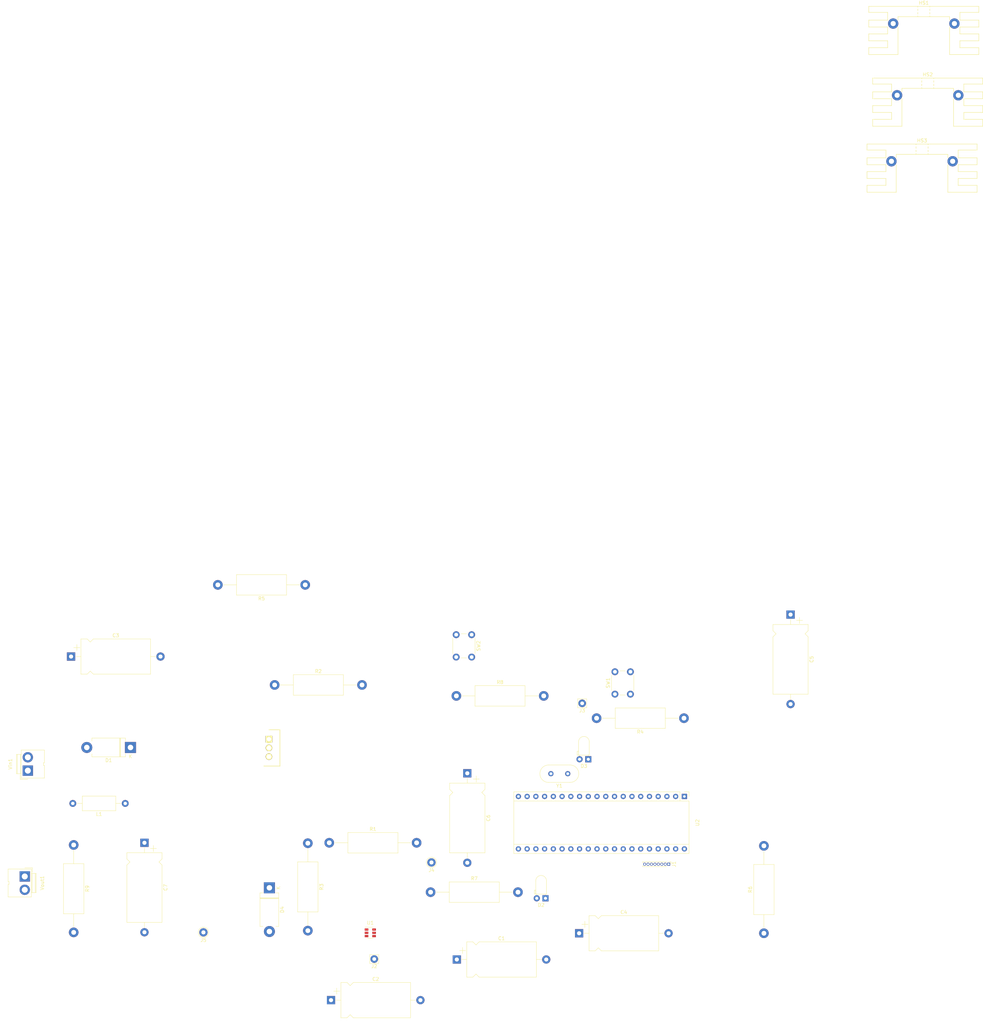
<source format=kicad_pcb>
(kicad_pcb (version 20171130) (host pcbnew "(5.1.9)-1")

  (general
    (thickness 1.6)
    (drawings 0)
    (tracks 0)
    (zones 0)
    (modules 37)
    (nets 53)
  )

  (page A4)
  (layers
    (0 F.Cu signal)
    (31 B.Cu signal)
    (32 B.Adhes user)
    (33 F.Adhes user)
    (34 B.Paste user)
    (35 F.Paste user)
    (36 B.SilkS user)
    (37 F.SilkS user)
    (38 B.Mask user)
    (39 F.Mask user)
    (40 Dwgs.User user)
    (41 Cmts.User user)
    (42 Eco1.User user)
    (43 Eco2.User user)
    (44 Edge.Cuts user)
    (45 Margin user)
    (46 B.CrtYd user)
    (47 F.CrtYd user)
    (48 B.Fab user)
    (49 F.Fab user)
  )

  (setup
    (last_trace_width 0.25)
    (trace_clearance 0.2)
    (zone_clearance 0.508)
    (zone_45_only no)
    (trace_min 0.2)
    (via_size 0.8)
    (via_drill 0.4)
    (via_min_size 0.4)
    (via_min_drill 0.3)
    (uvia_size 0.3)
    (uvia_drill 0.1)
    (uvias_allowed no)
    (uvia_min_size 0.2)
    (uvia_min_drill 0.1)
    (edge_width 0.05)
    (segment_width 0.2)
    (pcb_text_width 0.3)
    (pcb_text_size 1.5 1.5)
    (mod_edge_width 0.12)
    (mod_text_size 1 1)
    (mod_text_width 0.15)
    (pad_size 1.524 1.524)
    (pad_drill 0.762)
    (pad_to_mask_clearance 0)
    (aux_axis_origin 0 0)
    (visible_elements FFFFFF7F)
    (pcbplotparams
      (layerselection 0x010fc_ffffffff)
      (usegerberextensions false)
      (usegerberattributes true)
      (usegerberadvancedattributes true)
      (creategerberjobfile true)
      (excludeedgelayer true)
      (linewidth 0.100000)
      (plotframeref false)
      (viasonmask false)
      (mode 1)
      (useauxorigin false)
      (hpglpennumber 1)
      (hpglpenspeed 20)
      (hpglpendiameter 15.000000)
      (psnegative false)
      (psa4output false)
      (plotreference true)
      (plotvalue true)
      (plotinvisibletext false)
      (padsonsilk false)
      (subtractmaskfromsilk false)
      (outputformat 1)
      (mirror false)
      (drillshape 1)
      (scaleselection 1)
      (outputdirectory ""))
  )

  (net 0 "")
  (net 1 "Net-(C1-Pad1)")
  (net 2 "Net-(C1-Pad2)")
  (net 3 "Net-(C2-Pad1)")
  (net 4 "Net-(C3-Pad1)")
  (net 5 "Net-(C4-Pad1)")
  (net 6 "Net-(C5-Pad2)")
  (net 7 "Net-(C6-Pad1)")
  (net 8 "Net-(C7-Pad1)")
  (net 9 "Net-(C7-Pad2)")
  (net 10 "Net-(D1-Pad2)")
  (net 11 "Net-(D1-Pad1)")
  (net 12 "Net-(D2-Pad2)")
  (net 13 "Net-(D3-Pad2)")
  (net 14 "Net-(D4-Pad1)")
  (net 15 "Net-(J1-Pad1)")
  (net 16 "Net-(J1-Pad2)")
  (net 17 "Net-(J1-Pad3)")
  (net 18 "Net-(J1-Pad4)")
  (net 19 "Net-(J1-Pad5)")
  (net 20 "Net-(J1-Pad6)")
  (net 21 "Net-(J1-Pad7)")
  (net 22 "Net-(J1-Pad8)")
  (net 23 "Net-(J3-Pad1)")
  (net 24 "Net-(Q1-Pad1)")
  (net 25 "Net-(R1-Pad1)")
  (net 26 "Net-(R2-Pad2)")
  (net 27 "Net-(R4-Pad1)")
  (net 28 "Net-(R5-Pad1)")
  (net 29 "Net-(R7-Pad2)")
  (net 30 "Net-(R8-Pad1)")
  (net 31 "Net-(SW2-Pad1)")
  (net 32 "Net-(U2-Pad2)")
  (net 33 "Net-(U2-Pad3)")
  (net 34 "Net-(U2-Pad4)")
  (net 35 "Net-(U2-Pad5)")
  (net 36 "Net-(U2-Pad6)")
  (net 37 "Net-(U2-Pad7)")
  (net 38 "Net-(U2-Pad8)")
  (net 39 "Net-(U2-Pad9)")
  (net 40 "Net-(U2-Pad10)")
  (net 41 "Net-(U2-Pad15)")
  (net 42 "Net-(U2-Pad16)")
  (net 43 "Net-(U2-Pad17)")
  (net 44 "Net-(U2-Pad19)")
  (net 45 "Net-(U2-Pad20)")
  (net 46 "Net-(U2-Pad22)")
  (net 47 "Net-(U2-Pad23)")
  (net 48 "Net-(U2-Pad24)")
  (net 49 "Net-(U2-Pad25)")
  (net 50 "Net-(U2-Pad26)")
  (net 51 "Net-(U2-Pad29)")
  (net 52 "Net-(U2-Pad30)")

  (net_class Default "This is the default net class."
    (clearance 0.2)
    (trace_width 0.25)
    (via_dia 0.8)
    (via_drill 0.4)
    (uvia_dia 0.3)
    (uvia_drill 0.1)
    (add_net "Net-(C1-Pad1)")
    (add_net "Net-(C1-Pad2)")
    (add_net "Net-(C2-Pad1)")
    (add_net "Net-(C3-Pad1)")
    (add_net "Net-(C4-Pad1)")
    (add_net "Net-(C5-Pad2)")
    (add_net "Net-(C6-Pad1)")
    (add_net "Net-(C7-Pad1)")
    (add_net "Net-(C7-Pad2)")
    (add_net "Net-(D1-Pad1)")
    (add_net "Net-(D1-Pad2)")
    (add_net "Net-(D2-Pad2)")
    (add_net "Net-(D3-Pad2)")
    (add_net "Net-(D4-Pad1)")
    (add_net "Net-(J1-Pad1)")
    (add_net "Net-(J1-Pad2)")
    (add_net "Net-(J1-Pad3)")
    (add_net "Net-(J1-Pad4)")
    (add_net "Net-(J1-Pad5)")
    (add_net "Net-(J1-Pad6)")
    (add_net "Net-(J1-Pad7)")
    (add_net "Net-(J1-Pad8)")
    (add_net "Net-(J3-Pad1)")
    (add_net "Net-(Q1-Pad1)")
    (add_net "Net-(R1-Pad1)")
    (add_net "Net-(R2-Pad2)")
    (add_net "Net-(R4-Pad1)")
    (add_net "Net-(R5-Pad1)")
    (add_net "Net-(R7-Pad2)")
    (add_net "Net-(R8-Pad1)")
    (add_net "Net-(SW2-Pad1)")
    (add_net "Net-(U2-Pad10)")
    (add_net "Net-(U2-Pad15)")
    (add_net "Net-(U2-Pad16)")
    (add_net "Net-(U2-Pad17)")
    (add_net "Net-(U2-Pad19)")
    (add_net "Net-(U2-Pad2)")
    (add_net "Net-(U2-Pad20)")
    (add_net "Net-(U2-Pad22)")
    (add_net "Net-(U2-Pad23)")
    (add_net "Net-(U2-Pad24)")
    (add_net "Net-(U2-Pad25)")
    (add_net "Net-(U2-Pad26)")
    (add_net "Net-(U2-Pad29)")
    (add_net "Net-(U2-Pad3)")
    (add_net "Net-(U2-Pad30)")
    (add_net "Net-(U2-Pad4)")
    (add_net "Net-(U2-Pad5)")
    (add_net "Net-(U2-Pad6)")
    (add_net "Net-(U2-Pad7)")
    (add_net "Net-(U2-Pad8)")
    (add_net "Net-(U2-Pad9)")
  )

  (module Capacitor_THT:CP_Axial_L20.0mm_D10.0mm_P26.00mm_Horizontal (layer F.Cu) (tedit 5AE50EF2) (tstamp 60AECBED)
    (at 185.166 229.743)
    (descr "CP, Axial series, Axial, Horizontal, pin pitch=26mm, , length*diameter=20*10mm^2, Electrolytic Capacitor, , http://www.kemet.com/Lists/ProductCatalog/Attachments/424/KEM_AC102.pdf")
    (tags "CP Axial series Axial Horizontal pin pitch 26mm  length 20mm diameter 10mm Electrolytic Capacitor")
    (path /60AA372F)
    (fp_text reference C1 (at 13 -6.12) (layer F.SilkS)
      (effects (font (size 1 1) (thickness 0.15)))
    )
    (fp_text value 10uF (at 13 6.12) (layer F.Fab)
      (effects (font (size 1 1) (thickness 0.15)))
    )
    (fp_line (start 27.45 -5.25) (end -1.45 -5.25) (layer F.CrtYd) (width 0.05))
    (fp_line (start 27.45 5.25) (end 27.45 -5.25) (layer F.CrtYd) (width 0.05))
    (fp_line (start -1.45 5.25) (end 27.45 5.25) (layer F.CrtYd) (width 0.05))
    (fp_line (start -1.45 -5.25) (end -1.45 5.25) (layer F.CrtYd) (width 0.05))
    (fp_line (start 24.56 0) (end 23.12 0) (layer F.SilkS) (width 0.12))
    (fp_line (start 1.44 0) (end 2.88 0) (layer F.SilkS) (width 0.12))
    (fp_line (start 6.48 5.12) (end 23.12 5.12) (layer F.SilkS) (width 0.12))
    (fp_line (start 5.58 4.22) (end 6.48 5.12) (layer F.SilkS) (width 0.12))
    (fp_line (start 4.68 5.12) (end 5.58 4.22) (layer F.SilkS) (width 0.12))
    (fp_line (start 2.88 5.12) (end 4.68 5.12) (layer F.SilkS) (width 0.12))
    (fp_line (start 6.48 -5.12) (end 23.12 -5.12) (layer F.SilkS) (width 0.12))
    (fp_line (start 5.58 -4.22) (end 6.48 -5.12) (layer F.SilkS) (width 0.12))
    (fp_line (start 4.68 -5.12) (end 5.58 -4.22) (layer F.SilkS) (width 0.12))
    (fp_line (start 2.88 -5.12) (end 4.68 -5.12) (layer F.SilkS) (width 0.12))
    (fp_line (start 23.12 -5.12) (end 23.12 5.12) (layer F.SilkS) (width 0.12))
    (fp_line (start 2.88 -5.12) (end 2.88 5.12) (layer F.SilkS) (width 0.12))
    (fp_line (start 1.68 -3.5) (end 1.68 -1.7) (layer F.SilkS) (width 0.12))
    (fp_line (start 0.78 -2.6) (end 2.58 -2.6) (layer F.SilkS) (width 0.12))
    (fp_line (start 5.6 -0.9) (end 5.6 0.9) (layer F.Fab) (width 0.1))
    (fp_line (start 4.7 0) (end 6.5 0) (layer F.Fab) (width 0.1))
    (fp_line (start 26 0) (end 23 0) (layer F.Fab) (width 0.1))
    (fp_line (start 0 0) (end 3 0) (layer F.Fab) (width 0.1))
    (fp_line (start 6.48 5) (end 23 5) (layer F.Fab) (width 0.1))
    (fp_line (start 5.58 4.1) (end 6.48 5) (layer F.Fab) (width 0.1))
    (fp_line (start 4.68 5) (end 5.58 4.1) (layer F.Fab) (width 0.1))
    (fp_line (start 3 5) (end 4.68 5) (layer F.Fab) (width 0.1))
    (fp_line (start 6.48 -5) (end 23 -5) (layer F.Fab) (width 0.1))
    (fp_line (start 5.58 -4.1) (end 6.48 -5) (layer F.Fab) (width 0.1))
    (fp_line (start 4.68 -5) (end 5.58 -4.1) (layer F.Fab) (width 0.1))
    (fp_line (start 3 -5) (end 4.68 -5) (layer F.Fab) (width 0.1))
    (fp_line (start 23 -5) (end 23 5) (layer F.Fab) (width 0.1))
    (fp_line (start 3 -5) (end 3 5) (layer F.Fab) (width 0.1))
    (fp_text user %R (at 13 0) (layer F.Fab)
      (effects (font (size 1 1) (thickness 0.15)))
    )
    (pad 1 thru_hole rect (at 0 0) (size 2.4 2.4) (drill 1.2) (layers *.Cu *.Mask)
      (net 1 "Net-(C1-Pad1)"))
    (pad 2 thru_hole oval (at 26 0) (size 2.4 2.4) (drill 1.2) (layers *.Cu *.Mask)
      (net 2 "Net-(C1-Pad2)"))
    (model ${KISYS3DMOD}/Capacitor_THT.3dshapes/CP_Axial_L20.0mm_D10.0mm_P26.00mm_Horizontal.wrl
      (at (xyz 0 0 0))
      (scale (xyz 1 1 1))
      (rotate (xyz 0 0 0))
    )
  )

  (module Capacitor_THT:CP_Axial_L20.0mm_D10.0mm_P26.00mm_Horizontal (layer F.Cu) (tedit 5AE50EF2) (tstamp 60AECC14)
    (at 148.59 241.554)
    (descr "CP, Axial series, Axial, Horizontal, pin pitch=26mm, , length*diameter=20*10mm^2, Electrolytic Capacitor, , http://www.kemet.com/Lists/ProductCatalog/Attachments/424/KEM_AC102.pdf")
    (tags "CP Axial series Axial Horizontal pin pitch 26mm  length 20mm diameter 10mm Electrolytic Capacitor")
    (path /60AA4C4B)
    (fp_text reference C2 (at 13 -6.12) (layer F.SilkS)
      (effects (font (size 1 1) (thickness 0.15)))
    )
    (fp_text value 1nF (at 13 6.12) (layer F.Fab)
      (effects (font (size 1 1) (thickness 0.15)))
    )
    (fp_text user %R (at 13 0) (layer F.Fab)
      (effects (font (size 1 1) (thickness 0.15)))
    )
    (fp_line (start 3 -5) (end 3 5) (layer F.Fab) (width 0.1))
    (fp_line (start 23 -5) (end 23 5) (layer F.Fab) (width 0.1))
    (fp_line (start 3 -5) (end 4.68 -5) (layer F.Fab) (width 0.1))
    (fp_line (start 4.68 -5) (end 5.58 -4.1) (layer F.Fab) (width 0.1))
    (fp_line (start 5.58 -4.1) (end 6.48 -5) (layer F.Fab) (width 0.1))
    (fp_line (start 6.48 -5) (end 23 -5) (layer F.Fab) (width 0.1))
    (fp_line (start 3 5) (end 4.68 5) (layer F.Fab) (width 0.1))
    (fp_line (start 4.68 5) (end 5.58 4.1) (layer F.Fab) (width 0.1))
    (fp_line (start 5.58 4.1) (end 6.48 5) (layer F.Fab) (width 0.1))
    (fp_line (start 6.48 5) (end 23 5) (layer F.Fab) (width 0.1))
    (fp_line (start 0 0) (end 3 0) (layer F.Fab) (width 0.1))
    (fp_line (start 26 0) (end 23 0) (layer F.Fab) (width 0.1))
    (fp_line (start 4.7 0) (end 6.5 0) (layer F.Fab) (width 0.1))
    (fp_line (start 5.6 -0.9) (end 5.6 0.9) (layer F.Fab) (width 0.1))
    (fp_line (start 0.78 -2.6) (end 2.58 -2.6) (layer F.SilkS) (width 0.12))
    (fp_line (start 1.68 -3.5) (end 1.68 -1.7) (layer F.SilkS) (width 0.12))
    (fp_line (start 2.88 -5.12) (end 2.88 5.12) (layer F.SilkS) (width 0.12))
    (fp_line (start 23.12 -5.12) (end 23.12 5.12) (layer F.SilkS) (width 0.12))
    (fp_line (start 2.88 -5.12) (end 4.68 -5.12) (layer F.SilkS) (width 0.12))
    (fp_line (start 4.68 -5.12) (end 5.58 -4.22) (layer F.SilkS) (width 0.12))
    (fp_line (start 5.58 -4.22) (end 6.48 -5.12) (layer F.SilkS) (width 0.12))
    (fp_line (start 6.48 -5.12) (end 23.12 -5.12) (layer F.SilkS) (width 0.12))
    (fp_line (start 2.88 5.12) (end 4.68 5.12) (layer F.SilkS) (width 0.12))
    (fp_line (start 4.68 5.12) (end 5.58 4.22) (layer F.SilkS) (width 0.12))
    (fp_line (start 5.58 4.22) (end 6.48 5.12) (layer F.SilkS) (width 0.12))
    (fp_line (start 6.48 5.12) (end 23.12 5.12) (layer F.SilkS) (width 0.12))
    (fp_line (start 1.44 0) (end 2.88 0) (layer F.SilkS) (width 0.12))
    (fp_line (start 24.56 0) (end 23.12 0) (layer F.SilkS) (width 0.12))
    (fp_line (start -1.45 -5.25) (end -1.45 5.25) (layer F.CrtYd) (width 0.05))
    (fp_line (start -1.45 5.25) (end 27.45 5.25) (layer F.CrtYd) (width 0.05))
    (fp_line (start 27.45 5.25) (end 27.45 -5.25) (layer F.CrtYd) (width 0.05))
    (fp_line (start 27.45 -5.25) (end -1.45 -5.25) (layer F.CrtYd) (width 0.05))
    (pad 2 thru_hole oval (at 26 0) (size 2.4 2.4) (drill 1.2) (layers *.Cu *.Mask)
      (net 2 "Net-(C1-Pad2)"))
    (pad 1 thru_hole rect (at 0 0) (size 2.4 2.4) (drill 1.2) (layers *.Cu *.Mask)
      (net 3 "Net-(C2-Pad1)"))
    (model ${KISYS3DMOD}/Capacitor_THT.3dshapes/CP_Axial_L20.0mm_D10.0mm_P26.00mm_Horizontal.wrl
      (at (xyz 0 0 0))
      (scale (xyz 1 1 1))
      (rotate (xyz 0 0 0))
    )
  )

  (module Capacitor_THT:CP_Axial_L20.0mm_D10.0mm_P26.00mm_Horizontal (layer F.Cu) (tedit 5AE50EF2) (tstamp 60AECC3B)
    (at 73.025 141.732)
    (descr "CP, Axial series, Axial, Horizontal, pin pitch=26mm, , length*diameter=20*10mm^2, Electrolytic Capacitor, , http://www.kemet.com/Lists/ProductCatalog/Attachments/424/KEM_AC102.pdf")
    (tags "CP Axial series Axial Horizontal pin pitch 26mm  length 20mm diameter 10mm Electrolytic Capacitor")
    (path /60AA4F76)
    (fp_text reference C3 (at 13 -6.12) (layer F.SilkS)
      (effects (font (size 1 1) (thickness 0.15)))
    )
    (fp_text value 100pF (at 13 6.12) (layer F.Fab)
      (effects (font (size 1 1) (thickness 0.15)))
    )
    (fp_text user %R (at 13 0) (layer F.Fab)
      (effects (font (size 1 1) (thickness 0.15)))
    )
    (fp_line (start 3 -5) (end 3 5) (layer F.Fab) (width 0.1))
    (fp_line (start 23 -5) (end 23 5) (layer F.Fab) (width 0.1))
    (fp_line (start 3 -5) (end 4.68 -5) (layer F.Fab) (width 0.1))
    (fp_line (start 4.68 -5) (end 5.58 -4.1) (layer F.Fab) (width 0.1))
    (fp_line (start 5.58 -4.1) (end 6.48 -5) (layer F.Fab) (width 0.1))
    (fp_line (start 6.48 -5) (end 23 -5) (layer F.Fab) (width 0.1))
    (fp_line (start 3 5) (end 4.68 5) (layer F.Fab) (width 0.1))
    (fp_line (start 4.68 5) (end 5.58 4.1) (layer F.Fab) (width 0.1))
    (fp_line (start 5.58 4.1) (end 6.48 5) (layer F.Fab) (width 0.1))
    (fp_line (start 6.48 5) (end 23 5) (layer F.Fab) (width 0.1))
    (fp_line (start 0 0) (end 3 0) (layer F.Fab) (width 0.1))
    (fp_line (start 26 0) (end 23 0) (layer F.Fab) (width 0.1))
    (fp_line (start 4.7 0) (end 6.5 0) (layer F.Fab) (width 0.1))
    (fp_line (start 5.6 -0.9) (end 5.6 0.9) (layer F.Fab) (width 0.1))
    (fp_line (start 0.78 -2.6) (end 2.58 -2.6) (layer F.SilkS) (width 0.12))
    (fp_line (start 1.68 -3.5) (end 1.68 -1.7) (layer F.SilkS) (width 0.12))
    (fp_line (start 2.88 -5.12) (end 2.88 5.12) (layer F.SilkS) (width 0.12))
    (fp_line (start 23.12 -5.12) (end 23.12 5.12) (layer F.SilkS) (width 0.12))
    (fp_line (start 2.88 -5.12) (end 4.68 -5.12) (layer F.SilkS) (width 0.12))
    (fp_line (start 4.68 -5.12) (end 5.58 -4.22) (layer F.SilkS) (width 0.12))
    (fp_line (start 5.58 -4.22) (end 6.48 -5.12) (layer F.SilkS) (width 0.12))
    (fp_line (start 6.48 -5.12) (end 23.12 -5.12) (layer F.SilkS) (width 0.12))
    (fp_line (start 2.88 5.12) (end 4.68 5.12) (layer F.SilkS) (width 0.12))
    (fp_line (start 4.68 5.12) (end 5.58 4.22) (layer F.SilkS) (width 0.12))
    (fp_line (start 5.58 4.22) (end 6.48 5.12) (layer F.SilkS) (width 0.12))
    (fp_line (start 6.48 5.12) (end 23.12 5.12) (layer F.SilkS) (width 0.12))
    (fp_line (start 1.44 0) (end 2.88 0) (layer F.SilkS) (width 0.12))
    (fp_line (start 24.56 0) (end 23.12 0) (layer F.SilkS) (width 0.12))
    (fp_line (start -1.45 -5.25) (end -1.45 5.25) (layer F.CrtYd) (width 0.05))
    (fp_line (start -1.45 5.25) (end 27.45 5.25) (layer F.CrtYd) (width 0.05))
    (fp_line (start 27.45 5.25) (end 27.45 -5.25) (layer F.CrtYd) (width 0.05))
    (fp_line (start 27.45 -5.25) (end -1.45 -5.25) (layer F.CrtYd) (width 0.05))
    (pad 2 thru_hole oval (at 26 0) (size 2.4 2.4) (drill 1.2) (layers *.Cu *.Mask)
      (net 2 "Net-(C1-Pad2)"))
    (pad 1 thru_hole rect (at 0 0) (size 2.4 2.4) (drill 1.2) (layers *.Cu *.Mask)
      (net 4 "Net-(C3-Pad1)"))
    (model ${KISYS3DMOD}/Capacitor_THT.3dshapes/CP_Axial_L20.0mm_D10.0mm_P26.00mm_Horizontal.wrl
      (at (xyz 0 0 0))
      (scale (xyz 1 1 1))
      (rotate (xyz 0 0 0))
    )
  )

  (module Capacitor_THT:CP_Axial_L20.0mm_D10.0mm_P26.00mm_Horizontal (layer F.Cu) (tedit 5AE50EF2) (tstamp 60AECC62)
    (at 220.726 222.123)
    (descr "CP, Axial series, Axial, Horizontal, pin pitch=26mm, , length*diameter=20*10mm^2, Electrolytic Capacitor, , http://www.kemet.com/Lists/ProductCatalog/Attachments/424/KEM_AC102.pdf")
    (tags "CP Axial series Axial Horizontal pin pitch 26mm  length 20mm diameter 10mm Electrolytic Capacitor")
    (path /60AA4D81)
    (fp_text reference C4 (at 13 -6.12) (layer F.SilkS)
      (effects (font (size 1 1) (thickness 0.15)))
    )
    (fp_text value 1nF (at 13 6.12) (layer F.Fab)
      (effects (font (size 1 1) (thickness 0.15)))
    )
    (fp_line (start 27.45 -5.25) (end -1.45 -5.25) (layer F.CrtYd) (width 0.05))
    (fp_line (start 27.45 5.25) (end 27.45 -5.25) (layer F.CrtYd) (width 0.05))
    (fp_line (start -1.45 5.25) (end 27.45 5.25) (layer F.CrtYd) (width 0.05))
    (fp_line (start -1.45 -5.25) (end -1.45 5.25) (layer F.CrtYd) (width 0.05))
    (fp_line (start 24.56 0) (end 23.12 0) (layer F.SilkS) (width 0.12))
    (fp_line (start 1.44 0) (end 2.88 0) (layer F.SilkS) (width 0.12))
    (fp_line (start 6.48 5.12) (end 23.12 5.12) (layer F.SilkS) (width 0.12))
    (fp_line (start 5.58 4.22) (end 6.48 5.12) (layer F.SilkS) (width 0.12))
    (fp_line (start 4.68 5.12) (end 5.58 4.22) (layer F.SilkS) (width 0.12))
    (fp_line (start 2.88 5.12) (end 4.68 5.12) (layer F.SilkS) (width 0.12))
    (fp_line (start 6.48 -5.12) (end 23.12 -5.12) (layer F.SilkS) (width 0.12))
    (fp_line (start 5.58 -4.22) (end 6.48 -5.12) (layer F.SilkS) (width 0.12))
    (fp_line (start 4.68 -5.12) (end 5.58 -4.22) (layer F.SilkS) (width 0.12))
    (fp_line (start 2.88 -5.12) (end 4.68 -5.12) (layer F.SilkS) (width 0.12))
    (fp_line (start 23.12 -5.12) (end 23.12 5.12) (layer F.SilkS) (width 0.12))
    (fp_line (start 2.88 -5.12) (end 2.88 5.12) (layer F.SilkS) (width 0.12))
    (fp_line (start 1.68 -3.5) (end 1.68 -1.7) (layer F.SilkS) (width 0.12))
    (fp_line (start 0.78 -2.6) (end 2.58 -2.6) (layer F.SilkS) (width 0.12))
    (fp_line (start 5.6 -0.9) (end 5.6 0.9) (layer F.Fab) (width 0.1))
    (fp_line (start 4.7 0) (end 6.5 0) (layer F.Fab) (width 0.1))
    (fp_line (start 26 0) (end 23 0) (layer F.Fab) (width 0.1))
    (fp_line (start 0 0) (end 3 0) (layer F.Fab) (width 0.1))
    (fp_line (start 6.48 5) (end 23 5) (layer F.Fab) (width 0.1))
    (fp_line (start 5.58 4.1) (end 6.48 5) (layer F.Fab) (width 0.1))
    (fp_line (start 4.68 5) (end 5.58 4.1) (layer F.Fab) (width 0.1))
    (fp_line (start 3 5) (end 4.68 5) (layer F.Fab) (width 0.1))
    (fp_line (start 6.48 -5) (end 23 -5) (layer F.Fab) (width 0.1))
    (fp_line (start 5.58 -4.1) (end 6.48 -5) (layer F.Fab) (width 0.1))
    (fp_line (start 4.68 -5) (end 5.58 -4.1) (layer F.Fab) (width 0.1))
    (fp_line (start 3 -5) (end 4.68 -5) (layer F.Fab) (width 0.1))
    (fp_line (start 23 -5) (end 23 5) (layer F.Fab) (width 0.1))
    (fp_line (start 3 -5) (end 3 5) (layer F.Fab) (width 0.1))
    (fp_text user %R (at 13 0) (layer F.Fab)
      (effects (font (size 1 1) (thickness 0.15)))
    )
    (pad 1 thru_hole rect (at 0 0) (size 2.4 2.4) (drill 1.2) (layers *.Cu *.Mask)
      (net 5 "Net-(C4-Pad1)"))
    (pad 2 thru_hole oval (at 26 0) (size 2.4 2.4) (drill 1.2) (layers *.Cu *.Mask)
      (net 2 "Net-(C1-Pad2)"))
    (model ${KISYS3DMOD}/Capacitor_THT.3dshapes/CP_Axial_L20.0mm_D10.0mm_P26.00mm_Horizontal.wrl
      (at (xyz 0 0 0))
      (scale (xyz 1 1 1))
      (rotate (xyz 0 0 0))
    )
  )

  (module Capacitor_THT:CP_Axial_L20.0mm_D10.0mm_P26.00mm_Horizontal (layer F.Cu) (tedit 5AE50EF2) (tstamp 60AECC89)
    (at 282.194 129.54 270)
    (descr "CP, Axial series, Axial, Horizontal, pin pitch=26mm, , length*diameter=20*10mm^2, Electrolytic Capacitor, , http://www.kemet.com/Lists/ProductCatalog/Attachments/424/KEM_AC102.pdf")
    (tags "CP Axial series Axial Horizontal pin pitch 26mm  length 20mm diameter 10mm Electrolytic Capacitor")
    (path /60AA20C7)
    (fp_text reference C5 (at 13 -6.12 90) (layer F.SilkS)
      (effects (font (size 1 1) (thickness 0.15)))
    )
    (fp_text value 33pF (at 13 6.12 90) (layer F.Fab)
      (effects (font (size 1 1) (thickness 0.15)))
    )
    (fp_text user %R (at 13 0 90) (layer F.Fab)
      (effects (font (size 1 1) (thickness 0.15)))
    )
    (fp_line (start 3 -5) (end 3 5) (layer F.Fab) (width 0.1))
    (fp_line (start 23 -5) (end 23 5) (layer F.Fab) (width 0.1))
    (fp_line (start 3 -5) (end 4.68 -5) (layer F.Fab) (width 0.1))
    (fp_line (start 4.68 -5) (end 5.58 -4.1) (layer F.Fab) (width 0.1))
    (fp_line (start 5.58 -4.1) (end 6.48 -5) (layer F.Fab) (width 0.1))
    (fp_line (start 6.48 -5) (end 23 -5) (layer F.Fab) (width 0.1))
    (fp_line (start 3 5) (end 4.68 5) (layer F.Fab) (width 0.1))
    (fp_line (start 4.68 5) (end 5.58 4.1) (layer F.Fab) (width 0.1))
    (fp_line (start 5.58 4.1) (end 6.48 5) (layer F.Fab) (width 0.1))
    (fp_line (start 6.48 5) (end 23 5) (layer F.Fab) (width 0.1))
    (fp_line (start 0 0) (end 3 0) (layer F.Fab) (width 0.1))
    (fp_line (start 26 0) (end 23 0) (layer F.Fab) (width 0.1))
    (fp_line (start 4.7 0) (end 6.5 0) (layer F.Fab) (width 0.1))
    (fp_line (start 5.6 -0.9) (end 5.6 0.9) (layer F.Fab) (width 0.1))
    (fp_line (start 0.78 -2.6) (end 2.58 -2.6) (layer F.SilkS) (width 0.12))
    (fp_line (start 1.68 -3.5) (end 1.68 -1.7) (layer F.SilkS) (width 0.12))
    (fp_line (start 2.88 -5.12) (end 2.88 5.12) (layer F.SilkS) (width 0.12))
    (fp_line (start 23.12 -5.12) (end 23.12 5.12) (layer F.SilkS) (width 0.12))
    (fp_line (start 2.88 -5.12) (end 4.68 -5.12) (layer F.SilkS) (width 0.12))
    (fp_line (start 4.68 -5.12) (end 5.58 -4.22) (layer F.SilkS) (width 0.12))
    (fp_line (start 5.58 -4.22) (end 6.48 -5.12) (layer F.SilkS) (width 0.12))
    (fp_line (start 6.48 -5.12) (end 23.12 -5.12) (layer F.SilkS) (width 0.12))
    (fp_line (start 2.88 5.12) (end 4.68 5.12) (layer F.SilkS) (width 0.12))
    (fp_line (start 4.68 5.12) (end 5.58 4.22) (layer F.SilkS) (width 0.12))
    (fp_line (start 5.58 4.22) (end 6.48 5.12) (layer F.SilkS) (width 0.12))
    (fp_line (start 6.48 5.12) (end 23.12 5.12) (layer F.SilkS) (width 0.12))
    (fp_line (start 1.44 0) (end 2.88 0) (layer F.SilkS) (width 0.12))
    (fp_line (start 24.56 0) (end 23.12 0) (layer F.SilkS) (width 0.12))
    (fp_line (start -1.45 -5.25) (end -1.45 5.25) (layer F.CrtYd) (width 0.05))
    (fp_line (start -1.45 5.25) (end 27.45 5.25) (layer F.CrtYd) (width 0.05))
    (fp_line (start 27.45 5.25) (end 27.45 -5.25) (layer F.CrtYd) (width 0.05))
    (fp_line (start 27.45 -5.25) (end -1.45 -5.25) (layer F.CrtYd) (width 0.05))
    (pad 2 thru_hole oval (at 26 0 270) (size 2.4 2.4) (drill 1.2) (layers *.Cu *.Mask)
      (net 6 "Net-(C5-Pad2)"))
    (pad 1 thru_hole rect (at 0 0 270) (size 2.4 2.4) (drill 1.2) (layers *.Cu *.Mask)
      (net 2 "Net-(C1-Pad2)"))
    (model ${KISYS3DMOD}/Capacitor_THT.3dshapes/CP_Axial_L20.0mm_D10.0mm_P26.00mm_Horizontal.wrl
      (at (xyz 0 0 0))
      (scale (xyz 1 1 1))
      (rotate (xyz 0 0 0))
    )
  )

  (module Capacitor_THT:CP_Axial_L20.0mm_D10.0mm_P26.00mm_Horizontal (layer F.Cu) (tedit 5AE50EF2) (tstamp 60AECCB0)
    (at 188.214 175.641 270)
    (descr "CP, Axial series, Axial, Horizontal, pin pitch=26mm, , length*diameter=20*10mm^2, Electrolytic Capacitor, , http://www.kemet.com/Lists/ProductCatalog/Attachments/424/KEM_AC102.pdf")
    (tags "CP Axial series Axial Horizontal pin pitch 26mm  length 20mm diameter 10mm Electrolytic Capacitor")
    (path /60AA5246)
    (fp_text reference C6 (at 13 -6.12 90) (layer F.SilkS)
      (effects (font (size 1 1) (thickness 0.15)))
    )
    (fp_text value 33pF (at 13 6.12 90) (layer F.Fab)
      (effects (font (size 1 1) (thickness 0.15)))
    )
    (fp_line (start 27.45 -5.25) (end -1.45 -5.25) (layer F.CrtYd) (width 0.05))
    (fp_line (start 27.45 5.25) (end 27.45 -5.25) (layer F.CrtYd) (width 0.05))
    (fp_line (start -1.45 5.25) (end 27.45 5.25) (layer F.CrtYd) (width 0.05))
    (fp_line (start -1.45 -5.25) (end -1.45 5.25) (layer F.CrtYd) (width 0.05))
    (fp_line (start 24.56 0) (end 23.12 0) (layer F.SilkS) (width 0.12))
    (fp_line (start 1.44 0) (end 2.88 0) (layer F.SilkS) (width 0.12))
    (fp_line (start 6.48 5.12) (end 23.12 5.12) (layer F.SilkS) (width 0.12))
    (fp_line (start 5.58 4.22) (end 6.48 5.12) (layer F.SilkS) (width 0.12))
    (fp_line (start 4.68 5.12) (end 5.58 4.22) (layer F.SilkS) (width 0.12))
    (fp_line (start 2.88 5.12) (end 4.68 5.12) (layer F.SilkS) (width 0.12))
    (fp_line (start 6.48 -5.12) (end 23.12 -5.12) (layer F.SilkS) (width 0.12))
    (fp_line (start 5.58 -4.22) (end 6.48 -5.12) (layer F.SilkS) (width 0.12))
    (fp_line (start 4.68 -5.12) (end 5.58 -4.22) (layer F.SilkS) (width 0.12))
    (fp_line (start 2.88 -5.12) (end 4.68 -5.12) (layer F.SilkS) (width 0.12))
    (fp_line (start 23.12 -5.12) (end 23.12 5.12) (layer F.SilkS) (width 0.12))
    (fp_line (start 2.88 -5.12) (end 2.88 5.12) (layer F.SilkS) (width 0.12))
    (fp_line (start 1.68 -3.5) (end 1.68 -1.7) (layer F.SilkS) (width 0.12))
    (fp_line (start 0.78 -2.6) (end 2.58 -2.6) (layer F.SilkS) (width 0.12))
    (fp_line (start 5.6 -0.9) (end 5.6 0.9) (layer F.Fab) (width 0.1))
    (fp_line (start 4.7 0) (end 6.5 0) (layer F.Fab) (width 0.1))
    (fp_line (start 26 0) (end 23 0) (layer F.Fab) (width 0.1))
    (fp_line (start 0 0) (end 3 0) (layer F.Fab) (width 0.1))
    (fp_line (start 6.48 5) (end 23 5) (layer F.Fab) (width 0.1))
    (fp_line (start 5.58 4.1) (end 6.48 5) (layer F.Fab) (width 0.1))
    (fp_line (start 4.68 5) (end 5.58 4.1) (layer F.Fab) (width 0.1))
    (fp_line (start 3 5) (end 4.68 5) (layer F.Fab) (width 0.1))
    (fp_line (start 6.48 -5) (end 23 -5) (layer F.Fab) (width 0.1))
    (fp_line (start 5.58 -4.1) (end 6.48 -5) (layer F.Fab) (width 0.1))
    (fp_line (start 4.68 -5) (end 5.58 -4.1) (layer F.Fab) (width 0.1))
    (fp_line (start 3 -5) (end 4.68 -5) (layer F.Fab) (width 0.1))
    (fp_line (start 23 -5) (end 23 5) (layer F.Fab) (width 0.1))
    (fp_line (start 3 -5) (end 3 5) (layer F.Fab) (width 0.1))
    (fp_text user %R (at 13 0 90) (layer F.Fab)
      (effects (font (size 1 1) (thickness 0.15)))
    )
    (pad 1 thru_hole rect (at 0 0 270) (size 2.4 2.4) (drill 1.2) (layers *.Cu *.Mask)
      (net 7 "Net-(C6-Pad1)"))
    (pad 2 thru_hole oval (at 26 0 270) (size 2.4 2.4) (drill 1.2) (layers *.Cu *.Mask)
      (net 2 "Net-(C1-Pad2)"))
    (model ${KISYS3DMOD}/Capacitor_THT.3dshapes/CP_Axial_L20.0mm_D10.0mm_P26.00mm_Horizontal.wrl
      (at (xyz 0 0 0))
      (scale (xyz 1 1 1))
      (rotate (xyz 0 0 0))
    )
  )

  (module Capacitor_THT:CP_Axial_L20.0mm_D10.0mm_P26.00mm_Horizontal (layer F.Cu) (tedit 5AE50EF2) (tstamp 60AECCD7)
    (at 94.361 195.834 270)
    (descr "CP, Axial series, Axial, Horizontal, pin pitch=26mm, , length*diameter=20*10mm^2, Electrolytic Capacitor, , http://www.kemet.com/Lists/ProductCatalog/Attachments/424/KEM_AC102.pdf")
    (tags "CP Axial series Axial Horizontal pin pitch 26mm  length 20mm diameter 10mm Electrolytic Capacitor")
    (path /60AA547D)
    (fp_text reference C7 (at 13 -6.12 90) (layer F.SilkS)
      (effects (font (size 1 1) (thickness 0.15)))
    )
    (fp_text value 19.6uF (at 13 6.12 90) (layer F.Fab)
      (effects (font (size 1 1) (thickness 0.15)))
    )
    (fp_line (start 27.45 -5.25) (end -1.45 -5.25) (layer F.CrtYd) (width 0.05))
    (fp_line (start 27.45 5.25) (end 27.45 -5.25) (layer F.CrtYd) (width 0.05))
    (fp_line (start -1.45 5.25) (end 27.45 5.25) (layer F.CrtYd) (width 0.05))
    (fp_line (start -1.45 -5.25) (end -1.45 5.25) (layer F.CrtYd) (width 0.05))
    (fp_line (start 24.56 0) (end 23.12 0) (layer F.SilkS) (width 0.12))
    (fp_line (start 1.44 0) (end 2.88 0) (layer F.SilkS) (width 0.12))
    (fp_line (start 6.48 5.12) (end 23.12 5.12) (layer F.SilkS) (width 0.12))
    (fp_line (start 5.58 4.22) (end 6.48 5.12) (layer F.SilkS) (width 0.12))
    (fp_line (start 4.68 5.12) (end 5.58 4.22) (layer F.SilkS) (width 0.12))
    (fp_line (start 2.88 5.12) (end 4.68 5.12) (layer F.SilkS) (width 0.12))
    (fp_line (start 6.48 -5.12) (end 23.12 -5.12) (layer F.SilkS) (width 0.12))
    (fp_line (start 5.58 -4.22) (end 6.48 -5.12) (layer F.SilkS) (width 0.12))
    (fp_line (start 4.68 -5.12) (end 5.58 -4.22) (layer F.SilkS) (width 0.12))
    (fp_line (start 2.88 -5.12) (end 4.68 -5.12) (layer F.SilkS) (width 0.12))
    (fp_line (start 23.12 -5.12) (end 23.12 5.12) (layer F.SilkS) (width 0.12))
    (fp_line (start 2.88 -5.12) (end 2.88 5.12) (layer F.SilkS) (width 0.12))
    (fp_line (start 1.68 -3.5) (end 1.68 -1.7) (layer F.SilkS) (width 0.12))
    (fp_line (start 0.78 -2.6) (end 2.58 -2.6) (layer F.SilkS) (width 0.12))
    (fp_line (start 5.6 -0.9) (end 5.6 0.9) (layer F.Fab) (width 0.1))
    (fp_line (start 4.7 0) (end 6.5 0) (layer F.Fab) (width 0.1))
    (fp_line (start 26 0) (end 23 0) (layer F.Fab) (width 0.1))
    (fp_line (start 0 0) (end 3 0) (layer F.Fab) (width 0.1))
    (fp_line (start 6.48 5) (end 23 5) (layer F.Fab) (width 0.1))
    (fp_line (start 5.58 4.1) (end 6.48 5) (layer F.Fab) (width 0.1))
    (fp_line (start 4.68 5) (end 5.58 4.1) (layer F.Fab) (width 0.1))
    (fp_line (start 3 5) (end 4.68 5) (layer F.Fab) (width 0.1))
    (fp_line (start 6.48 -5) (end 23 -5) (layer F.Fab) (width 0.1))
    (fp_line (start 5.58 -4.1) (end 6.48 -5) (layer F.Fab) (width 0.1))
    (fp_line (start 4.68 -5) (end 5.58 -4.1) (layer F.Fab) (width 0.1))
    (fp_line (start 3 -5) (end 4.68 -5) (layer F.Fab) (width 0.1))
    (fp_line (start 23 -5) (end 23 5) (layer F.Fab) (width 0.1))
    (fp_line (start 3 -5) (end 3 5) (layer F.Fab) (width 0.1))
    (fp_text user %R (at 13 0 90) (layer F.Fab)
      (effects (font (size 1 1) (thickness 0.15)))
    )
    (pad 1 thru_hole rect (at 0 0 270) (size 2.4 2.4) (drill 1.2) (layers *.Cu *.Mask)
      (net 8 "Net-(C7-Pad1)"))
    (pad 2 thru_hole oval (at 26 0 270) (size 2.4 2.4) (drill 1.2) (layers *.Cu *.Mask)
      (net 9 "Net-(C7-Pad2)"))
    (model ${KISYS3DMOD}/Capacitor_THT.3dshapes/CP_Axial_L20.0mm_D10.0mm_P26.00mm_Horizontal.wrl
      (at (xyz 0 0 0))
      (scale (xyz 1 1 1))
      (rotate (xyz 0 0 0))
    )
  )

  (module Diode_THT:D_DO-201AD_P12.70mm_Horizontal (layer F.Cu) (tedit 5AE50CD5) (tstamp 60AECCF6)
    (at 90.297 168.148 180)
    (descr "Diode, DO-201AD series, Axial, Horizontal, pin pitch=12.7mm, , length*diameter=9.5*5.2mm^2, , http://www.diodes.com/_files/packages/DO-201AD.pdf")
    (tags "Diode DO-201AD series Axial Horizontal pin pitch 12.7mm  length 9.5mm diameter 5.2mm")
    (path /60AC6ED7)
    (fp_text reference D1 (at 6.35 -3.72) (layer F.SilkS)
      (effects (font (size 1 1) (thickness 0.15)))
    )
    (fp_text value MBR1080G (at 6.35 3.72) (layer F.Fab)
      (effects (font (size 1 1) (thickness 0.15)))
    )
    (fp_text user K (at 0 -2.6) (layer F.SilkS)
      (effects (font (size 1 1) (thickness 0.15)))
    )
    (fp_text user K (at 0 -2.6) (layer F.Fab)
      (effects (font (size 1 1) (thickness 0.15)))
    )
    (fp_text user %R (at 7.0625 0) (layer F.Fab)
      (effects (font (size 1 1) (thickness 0.15)))
    )
    (fp_line (start 1.6 -2.6) (end 1.6 2.6) (layer F.Fab) (width 0.1))
    (fp_line (start 1.6 2.6) (end 11.1 2.6) (layer F.Fab) (width 0.1))
    (fp_line (start 11.1 2.6) (end 11.1 -2.6) (layer F.Fab) (width 0.1))
    (fp_line (start 11.1 -2.6) (end 1.6 -2.6) (layer F.Fab) (width 0.1))
    (fp_line (start 0 0) (end 1.6 0) (layer F.Fab) (width 0.1))
    (fp_line (start 12.7 0) (end 11.1 0) (layer F.Fab) (width 0.1))
    (fp_line (start 3.025 -2.6) (end 3.025 2.6) (layer F.Fab) (width 0.1))
    (fp_line (start 3.125 -2.6) (end 3.125 2.6) (layer F.Fab) (width 0.1))
    (fp_line (start 2.925 -2.6) (end 2.925 2.6) (layer F.Fab) (width 0.1))
    (fp_line (start 1.48 -1.84) (end 1.48 -2.72) (layer F.SilkS) (width 0.12))
    (fp_line (start 1.48 -2.72) (end 11.22 -2.72) (layer F.SilkS) (width 0.12))
    (fp_line (start 11.22 -2.72) (end 11.22 -1.84) (layer F.SilkS) (width 0.12))
    (fp_line (start 1.48 1.84) (end 1.48 2.72) (layer F.SilkS) (width 0.12))
    (fp_line (start 1.48 2.72) (end 11.22 2.72) (layer F.SilkS) (width 0.12))
    (fp_line (start 11.22 2.72) (end 11.22 1.84) (layer F.SilkS) (width 0.12))
    (fp_line (start 3.025 -2.72) (end 3.025 2.72) (layer F.SilkS) (width 0.12))
    (fp_line (start 3.145 -2.72) (end 3.145 2.72) (layer F.SilkS) (width 0.12))
    (fp_line (start 2.905 -2.72) (end 2.905 2.72) (layer F.SilkS) (width 0.12))
    (fp_line (start -1.85 -2.85) (end -1.85 2.85) (layer F.CrtYd) (width 0.05))
    (fp_line (start -1.85 2.85) (end 14.55 2.85) (layer F.CrtYd) (width 0.05))
    (fp_line (start 14.55 2.85) (end 14.55 -2.85) (layer F.CrtYd) (width 0.05))
    (fp_line (start 14.55 -2.85) (end -1.85 -2.85) (layer F.CrtYd) (width 0.05))
    (pad 2 thru_hole oval (at 12.7 0 180) (size 3.2 3.2) (drill 1.6) (layers *.Cu *.Mask)
      (net 10 "Net-(D1-Pad2)"))
    (pad 1 thru_hole rect (at 0 0 180) (size 3.2 3.2) (drill 1.6) (layers *.Cu *.Mask)
      (net 11 "Net-(D1-Pad1)"))
    (model ${KISYS3DMOD}/Diode_THT.3dshapes/D_DO-201AD_P12.70mm_Horizontal.wrl
      (at (xyz 0 0 0))
      (scale (xyz 1 1 1))
      (rotate (xyz 0 0 0))
    )
  )

  (module LED_THT:LED_D3.0mm_Horizontal_O1.27mm_Z6.0mm (layer F.Cu) (tedit 5880A862) (tstamp 60AECD20)
    (at 210.947 211.963 180)
    (descr "LED, diameter 3.0mm z-position of LED center 2.0mm, 2 pins, diameter 3.0mm z-position of LED center 2.0mm, 2 pins, diameter 3.0mm z-position of LED center 2.0mm, 2 pins, diameter 3.0mm z-position of LED center 6.0mm, 2 pins")
    (tags "LED diameter 3.0mm z-position of LED center 2.0mm 2 pins diameter 3.0mm z-position of LED center 2.0mm 2 pins diameter 3.0mm z-position of LED center 2.0mm 2 pins diameter 3.0mm z-position of LED center 6.0mm 2 pins")
    (path /60AA3C52)
    (fp_text reference D2 (at 1.27 -1.96) (layer F.SilkS)
      (effects (font (size 1 1) (thickness 0.15)))
    )
    (fp_text value LED (at 1.27 7.63) (layer F.Fab)
      (effects (font (size 1 1) (thickness 0.15)))
    )
    (fp_line (start 3.75 -1.25) (end -1.25 -1.25) (layer F.CrtYd) (width 0.05))
    (fp_line (start 3.75 6.9) (end 3.75 -1.25) (layer F.CrtYd) (width 0.05))
    (fp_line (start -1.25 6.9) (end 3.75 6.9) (layer F.CrtYd) (width 0.05))
    (fp_line (start -1.25 -1.25) (end -1.25 6.9) (layer F.CrtYd) (width 0.05))
    (fp_line (start 2.54 1.08) (end 2.54 1.08) (layer F.SilkS) (width 0.12))
    (fp_line (start 2.54 1.21) (end 2.54 1.08) (layer F.SilkS) (width 0.12))
    (fp_line (start 2.54 1.21) (end 2.54 1.21) (layer F.SilkS) (width 0.12))
    (fp_line (start 2.54 1.08) (end 2.54 1.21) (layer F.SilkS) (width 0.12))
    (fp_line (start 0 1.08) (end 0 1.08) (layer F.SilkS) (width 0.12))
    (fp_line (start 0 1.21) (end 0 1.08) (layer F.SilkS) (width 0.12))
    (fp_line (start 0 1.21) (end 0 1.21) (layer F.SilkS) (width 0.12))
    (fp_line (start 0 1.08) (end 0 1.21) (layer F.SilkS) (width 0.12))
    (fp_line (start 2.83 1.21) (end 3.23 1.21) (layer F.SilkS) (width 0.12))
    (fp_line (start 2.83 2.33) (end 2.83 1.21) (layer F.SilkS) (width 0.12))
    (fp_line (start 3.23 2.33) (end 2.83 2.33) (layer F.SilkS) (width 0.12))
    (fp_line (start 3.23 1.21) (end 3.23 2.33) (layer F.SilkS) (width 0.12))
    (fp_line (start -0.29 1.21) (end 2.83 1.21) (layer F.SilkS) (width 0.12))
    (fp_line (start 2.83 1.21) (end 2.83 5.07) (layer F.SilkS) (width 0.12))
    (fp_line (start -0.29 1.21) (end -0.29 5.07) (layer F.SilkS) (width 0.12))
    (fp_line (start 2.54 0) (end 2.54 0) (layer F.Fab) (width 0.1))
    (fp_line (start 2.54 1.27) (end 2.54 0) (layer F.Fab) (width 0.1))
    (fp_line (start 2.54 1.27) (end 2.54 1.27) (layer F.Fab) (width 0.1))
    (fp_line (start 2.54 0) (end 2.54 1.27) (layer F.Fab) (width 0.1))
    (fp_line (start 0 0) (end 0 0) (layer F.Fab) (width 0.1))
    (fp_line (start 0 1.27) (end 0 0) (layer F.Fab) (width 0.1))
    (fp_line (start 0 1.27) (end 0 1.27) (layer F.Fab) (width 0.1))
    (fp_line (start 0 0) (end 0 1.27) (layer F.Fab) (width 0.1))
    (fp_line (start 2.77 1.27) (end 3.17 1.27) (layer F.Fab) (width 0.1))
    (fp_line (start 2.77 2.27) (end 2.77 1.27) (layer F.Fab) (width 0.1))
    (fp_line (start 3.17 2.27) (end 2.77 2.27) (layer F.Fab) (width 0.1))
    (fp_line (start 3.17 1.27) (end 3.17 2.27) (layer F.Fab) (width 0.1))
    (fp_line (start -0.23 1.27) (end 2.77 1.27) (layer F.Fab) (width 0.1))
    (fp_line (start 2.77 1.27) (end 2.77 5.07) (layer F.Fab) (width 0.1))
    (fp_line (start -0.23 1.27) (end -0.23 5.07) (layer F.Fab) (width 0.1))
    (fp_arc (start 1.27 5.07) (end -0.23 5.07) (angle -180) (layer F.Fab) (width 0.1))
    (fp_arc (start 1.27 5.07) (end -0.29 5.07) (angle -180) (layer F.SilkS) (width 0.12))
    (pad 1 thru_hole rect (at 0 0 180) (size 1.8 1.8) (drill 0.9) (layers *.Cu *.Mask)
      (net 2 "Net-(C1-Pad2)"))
    (pad 2 thru_hole circle (at 2.54 0 180) (size 1.8 1.8) (drill 0.9) (layers *.Cu *.Mask)
      (net 12 "Net-(D2-Pad2)"))
    (model ${KISYS3DMOD}/LED_THT.3dshapes/LED_D3.0mm_Horizontal_O1.27mm_Z6.0mm.wrl
      (at (xyz 0 0 0))
      (scale (xyz 1 1 1))
      (rotate (xyz 0 0 0))
    )
  )

  (module LED_THT:LED_D3.0mm_Horizontal_O1.27mm_Z6.0mm (layer F.Cu) (tedit 5880A862) (tstamp 60AECD4A)
    (at 223.393 171.577 180)
    (descr "LED, diameter 3.0mm z-position of LED center 2.0mm, 2 pins, diameter 3.0mm z-position of LED center 2.0mm, 2 pins, diameter 3.0mm z-position of LED center 2.0mm, 2 pins, diameter 3.0mm z-position of LED center 6.0mm, 2 pins")
    (tags "LED diameter 3.0mm z-position of LED center 2.0mm 2 pins diameter 3.0mm z-position of LED center 2.0mm 2 pins diameter 3.0mm z-position of LED center 2.0mm 2 pins diameter 3.0mm z-position of LED center 6.0mm 2 pins")
    (path /60AA4328)
    (fp_text reference D3 (at 1.27 -1.96) (layer F.SilkS)
      (effects (font (size 1 1) (thickness 0.15)))
    )
    (fp_text value LED (at 1.27 7.63) (layer F.Fab)
      (effects (font (size 1 1) (thickness 0.15)))
    )
    (fp_arc (start 1.27 5.07) (end -0.29 5.07) (angle -180) (layer F.SilkS) (width 0.12))
    (fp_arc (start 1.27 5.07) (end -0.23 5.07) (angle -180) (layer F.Fab) (width 0.1))
    (fp_line (start -0.23 1.27) (end -0.23 5.07) (layer F.Fab) (width 0.1))
    (fp_line (start 2.77 1.27) (end 2.77 5.07) (layer F.Fab) (width 0.1))
    (fp_line (start -0.23 1.27) (end 2.77 1.27) (layer F.Fab) (width 0.1))
    (fp_line (start 3.17 1.27) (end 3.17 2.27) (layer F.Fab) (width 0.1))
    (fp_line (start 3.17 2.27) (end 2.77 2.27) (layer F.Fab) (width 0.1))
    (fp_line (start 2.77 2.27) (end 2.77 1.27) (layer F.Fab) (width 0.1))
    (fp_line (start 2.77 1.27) (end 3.17 1.27) (layer F.Fab) (width 0.1))
    (fp_line (start 0 0) (end 0 1.27) (layer F.Fab) (width 0.1))
    (fp_line (start 0 1.27) (end 0 1.27) (layer F.Fab) (width 0.1))
    (fp_line (start 0 1.27) (end 0 0) (layer F.Fab) (width 0.1))
    (fp_line (start 0 0) (end 0 0) (layer F.Fab) (width 0.1))
    (fp_line (start 2.54 0) (end 2.54 1.27) (layer F.Fab) (width 0.1))
    (fp_line (start 2.54 1.27) (end 2.54 1.27) (layer F.Fab) (width 0.1))
    (fp_line (start 2.54 1.27) (end 2.54 0) (layer F.Fab) (width 0.1))
    (fp_line (start 2.54 0) (end 2.54 0) (layer F.Fab) (width 0.1))
    (fp_line (start -0.29 1.21) (end -0.29 5.07) (layer F.SilkS) (width 0.12))
    (fp_line (start 2.83 1.21) (end 2.83 5.07) (layer F.SilkS) (width 0.12))
    (fp_line (start -0.29 1.21) (end 2.83 1.21) (layer F.SilkS) (width 0.12))
    (fp_line (start 3.23 1.21) (end 3.23 2.33) (layer F.SilkS) (width 0.12))
    (fp_line (start 3.23 2.33) (end 2.83 2.33) (layer F.SilkS) (width 0.12))
    (fp_line (start 2.83 2.33) (end 2.83 1.21) (layer F.SilkS) (width 0.12))
    (fp_line (start 2.83 1.21) (end 3.23 1.21) (layer F.SilkS) (width 0.12))
    (fp_line (start 0 1.08) (end 0 1.21) (layer F.SilkS) (width 0.12))
    (fp_line (start 0 1.21) (end 0 1.21) (layer F.SilkS) (width 0.12))
    (fp_line (start 0 1.21) (end 0 1.08) (layer F.SilkS) (width 0.12))
    (fp_line (start 0 1.08) (end 0 1.08) (layer F.SilkS) (width 0.12))
    (fp_line (start 2.54 1.08) (end 2.54 1.21) (layer F.SilkS) (width 0.12))
    (fp_line (start 2.54 1.21) (end 2.54 1.21) (layer F.SilkS) (width 0.12))
    (fp_line (start 2.54 1.21) (end 2.54 1.08) (layer F.SilkS) (width 0.12))
    (fp_line (start 2.54 1.08) (end 2.54 1.08) (layer F.SilkS) (width 0.12))
    (fp_line (start -1.25 -1.25) (end -1.25 6.9) (layer F.CrtYd) (width 0.05))
    (fp_line (start -1.25 6.9) (end 3.75 6.9) (layer F.CrtYd) (width 0.05))
    (fp_line (start 3.75 6.9) (end 3.75 -1.25) (layer F.CrtYd) (width 0.05))
    (fp_line (start 3.75 -1.25) (end -1.25 -1.25) (layer F.CrtYd) (width 0.05))
    (pad 2 thru_hole circle (at 2.54 0 180) (size 1.8 1.8) (drill 0.9) (layers *.Cu *.Mask)
      (net 13 "Net-(D3-Pad2)"))
    (pad 1 thru_hole rect (at 0 0 180) (size 1.8 1.8) (drill 0.9) (layers *.Cu *.Mask)
      (net 2 "Net-(C1-Pad2)"))
    (model ${KISYS3DMOD}/LED_THT.3dshapes/LED_D3.0mm_Horizontal_O1.27mm_Z6.0mm.wrl
      (at (xyz 0 0 0))
      (scale (xyz 1 1 1))
      (rotate (xyz 0 0 0))
    )
  )

  (module Diode_THT:D_DO-201AD_P12.70mm_Horizontal (layer F.Cu) (tedit 5AE50CD5) (tstamp 60AECD69)
    (at 130.683 208.915 270)
    (descr "Diode, DO-201AD series, Axial, Horizontal, pin pitch=12.7mm, , length*diameter=9.5*5.2mm^2, , http://www.diodes.com/_files/packages/DO-201AD.pdf")
    (tags "Diode DO-201AD series Axial Horizontal pin pitch 12.7mm  length 9.5mm diameter 5.2mm")
    (path /60B6747E)
    (fp_text reference D4 (at 6.35 -3.72 90) (layer F.SilkS)
      (effects (font (size 1 1) (thickness 0.15)))
    )
    (fp_text value MBR1080G (at 6.35 3.72 90) (layer F.Fab)
      (effects (font (size 1 1) (thickness 0.15)))
    )
    (fp_line (start 14.55 -2.85) (end -1.85 -2.85) (layer F.CrtYd) (width 0.05))
    (fp_line (start 14.55 2.85) (end 14.55 -2.85) (layer F.CrtYd) (width 0.05))
    (fp_line (start -1.85 2.85) (end 14.55 2.85) (layer F.CrtYd) (width 0.05))
    (fp_line (start -1.85 -2.85) (end -1.85 2.85) (layer F.CrtYd) (width 0.05))
    (fp_line (start 2.905 -2.72) (end 2.905 2.72) (layer F.SilkS) (width 0.12))
    (fp_line (start 3.145 -2.72) (end 3.145 2.72) (layer F.SilkS) (width 0.12))
    (fp_line (start 3.025 -2.72) (end 3.025 2.72) (layer F.SilkS) (width 0.12))
    (fp_line (start 11.22 2.72) (end 11.22 1.84) (layer F.SilkS) (width 0.12))
    (fp_line (start 1.48 2.72) (end 11.22 2.72) (layer F.SilkS) (width 0.12))
    (fp_line (start 1.48 1.84) (end 1.48 2.72) (layer F.SilkS) (width 0.12))
    (fp_line (start 11.22 -2.72) (end 11.22 -1.84) (layer F.SilkS) (width 0.12))
    (fp_line (start 1.48 -2.72) (end 11.22 -2.72) (layer F.SilkS) (width 0.12))
    (fp_line (start 1.48 -1.84) (end 1.48 -2.72) (layer F.SilkS) (width 0.12))
    (fp_line (start 2.925 -2.6) (end 2.925 2.6) (layer F.Fab) (width 0.1))
    (fp_line (start 3.125 -2.6) (end 3.125 2.6) (layer F.Fab) (width 0.1))
    (fp_line (start 3.025 -2.6) (end 3.025 2.6) (layer F.Fab) (width 0.1))
    (fp_line (start 12.7 0) (end 11.1 0) (layer F.Fab) (width 0.1))
    (fp_line (start 0 0) (end 1.6 0) (layer F.Fab) (width 0.1))
    (fp_line (start 11.1 -2.6) (end 1.6 -2.6) (layer F.Fab) (width 0.1))
    (fp_line (start 11.1 2.6) (end 11.1 -2.6) (layer F.Fab) (width 0.1))
    (fp_line (start 1.6 2.6) (end 11.1 2.6) (layer F.Fab) (width 0.1))
    (fp_line (start 1.6 -2.6) (end 1.6 2.6) (layer F.Fab) (width 0.1))
    (fp_text user %R (at 7.0625 0 90) (layer F.Fab)
      (effects (font (size 1 1) (thickness 0.15)))
    )
    (fp_text user K (at 0 -2.6 90) (layer F.Fab)
      (effects (font (size 1 1) (thickness 0.15)))
    )
    (fp_text user K (at 0 -2.6 90) (layer F.SilkS)
      (effects (font (size 1 1) (thickness 0.15)))
    )
    (pad 1 thru_hole rect (at 0 0 270) (size 3.2 3.2) (drill 1.6) (layers *.Cu *.Mask)
      (net 14 "Net-(D4-Pad1)"))
    (pad 2 thru_hole oval (at 12.7 0 270) (size 3.2 3.2) (drill 1.6) (layers *.Cu *.Mask)
      (net 9 "Net-(C7-Pad2)"))
    (model ${KISYS3DMOD}/Diode_THT.3dshapes/D_DO-201AD_P12.70mm_Horizontal.wrl
      (at (xyz 0 0 0))
      (scale (xyz 1 1 1))
      (rotate (xyz 0 0 0))
    )
  )

  (module Heatsink:Heatsink_Stonecold_HS-132_32x14mm_2xFixation1.5mm (layer F.Cu) (tedit 5A1FFA20) (tstamp 60AECDBE)
    (at 320.929 -42.164)
    (descr "Heatsink, StoneCold HS")
    (tags heatsink)
    (path /60B27427)
    (fp_text reference HS1 (at 0 -6) (layer F.SilkS)
      (effects (font (size 1 1) (thickness 0.15)))
    )
    (fp_text value Heatsink (at 0 10) (layer F.Fab)
      (effects (font (size 1 1) (thickness 0.15)))
    )
    (fp_line (start 15.75 -4.75) (end -15.75 -4.75) (layer F.Fab) (width 0.1))
    (fp_line (start 15.75 -3.5) (end 15.75 -4.75) (layer F.Fab) (width 0.1))
    (fp_line (start 10.25 -3.5) (end 15.75 -3.5) (layer F.Fab) (width 0.1))
    (fp_line (start 10.25 -0.75) (end 10.25 -3.5) (layer F.Fab) (width 0.1))
    (fp_line (start 15.75 -0.75) (end 10.25 -0.75) (layer F.Fab) (width 0.1))
    (fp_line (start 15.75 0.75) (end 15.75 -0.75) (layer F.Fab) (width 0.1))
    (fp_line (start 10.25 0.75) (end 15.75 0.75) (layer F.Fab) (width 0.1))
    (fp_line (start 10.25 3.25) (end 10.25 0.75) (layer F.Fab) (width 0.1))
    (fp_line (start 15.75 3.25) (end 10.25 3.25) (layer F.Fab) (width 0.1))
    (fp_line (start 15.75 4.75) (end 15.75 3.25) (layer F.Fab) (width 0.1))
    (fp_line (start 10.25 4.75) (end 15.75 4.75) (layer F.Fab) (width 0.1))
    (fp_line (start 10.25 7.25) (end 10.25 4.75) (layer F.Fab) (width 0.1))
    (fp_line (start 15.75 7.25) (end 10.25 7.25) (layer F.Fab) (width 0.1))
    (fp_line (start 15.75 8.75) (end 15.75 7.25) (layer F.Fab) (width 0.1))
    (fp_line (start 7.75 8.75) (end 15.75 8.75) (layer F.Fab) (width 0.1))
    (fp_line (start 7.75 -2.25) (end 7.75 8.75) (layer F.Fab) (width 0.1))
    (fp_line (start -7.75 -2.25) (end 7.75 -2.25) (layer F.Fab) (width 0.1))
    (fp_line (start -7.75 8.75) (end -7.75 -2.25) (layer F.Fab) (width 0.1))
    (fp_line (start -15.75 8.75) (end -7.75 8.75) (layer F.Fab) (width 0.1))
    (fp_line (start -15.75 7.25) (end -15.75 8.75) (layer F.Fab) (width 0.1))
    (fp_line (start -10.25 7.25) (end -15.75 7.25) (layer F.Fab) (width 0.1))
    (fp_line (start -10.25 4.75) (end -10.25 7.25) (layer F.Fab) (width 0.1))
    (fp_line (start -15.75 4.75) (end -10.25 4.75) (layer F.Fab) (width 0.1))
    (fp_line (start -15.75 3.25) (end -15.75 4.75) (layer F.Fab) (width 0.1))
    (fp_line (start -10.25 3.25) (end -15.75 3.25) (layer F.Fab) (width 0.1))
    (fp_line (start -10.25 0.75) (end -10.25 3.25) (layer F.Fab) (width 0.1))
    (fp_line (start -15.75 0.75) (end -10.25 0.75) (layer F.Fab) (width 0.1))
    (fp_line (start -15.75 -0.75) (end -15.75 0.75) (layer F.Fab) (width 0.1))
    (fp_line (start -10.25 -0.75) (end -15.75 -0.75) (layer F.Fab) (width 0.1))
    (fp_line (start -10.25 -3.5) (end -10.25 -0.75) (layer F.Fab) (width 0.1))
    (fp_line (start -15.75 -3.5) (end -10.25 -3.5) (layer F.Fab) (width 0.1))
    (fp_line (start -15.75 -4.75) (end -15.75 -3.5) (layer F.Fab) (width 0.1))
    (fp_line (start 16 9) (end -16 9) (layer F.CrtYd) (width 0.05))
    (fp_line (start 16 9) (end 16 -5) (layer F.CrtYd) (width 0.05))
    (fp_line (start -16 -5) (end -16 9) (layer F.CrtYd) (width 0.05))
    (fp_line (start -16 -5) (end 16 -5) (layer F.CrtYd) (width 0.05))
    (fp_line (start -16 -5) (end 16 -5) (layer F.SilkS) (width 0.15))
    (fp_line (start -7.5 -2) (end 7.5 -2) (layer F.SilkS) (width 0.15))
    (fp_line (start -7.5 9) (end -16 9) (layer F.SilkS) (width 0.15))
    (fp_line (start 7.5 9) (end 16 9) (layer F.SilkS) (width 0.15))
    (fp_line (start 7.5 -2) (end 7.5 -1) (layer F.SilkS) (width 0.15))
    (fp_line (start -7.5 -2) (end -7.5 -1) (layer F.SilkS) (width 0.15))
    (fp_line (start -7.5 1) (end -7.5 9) (layer F.SilkS) (width 0.15))
    (fp_line (start 7.5 1) (end 7.5 9) (layer F.SilkS) (width 0.15))
    (fp_line (start -10.5 -1) (end -16 -1) (layer F.SilkS) (width 0.15))
    (fp_line (start -16 1) (end -10.5 1) (layer F.SilkS) (width 0.15))
    (fp_line (start 10.5 -1) (end 16 -1) (layer F.SilkS) (width 0.15))
    (fp_line (start 10.5 1) (end 16 1) (layer F.SilkS) (width 0.15))
    (fp_line (start 10.5 -3.25) (end 16 -3.25) (layer F.SilkS) (width 0.15))
    (fp_line (start 10.5 7) (end 16 7) (layer F.SilkS) (width 0.15))
    (fp_line (start 10.5 3) (end 16 3) (layer F.SilkS) (width 0.15))
    (fp_line (start 10.5 5) (end 16 5) (layer F.SilkS) (width 0.15))
    (fp_line (start -10.5 7) (end -16 7) (layer F.SilkS) (width 0.15))
    (fp_line (start -16 5) (end -10.5 5) (layer F.SilkS) (width 0.15))
    (fp_line (start -10.5 3) (end -16 3) (layer F.SilkS) (width 0.15))
    (fp_line (start -10.5 -3.25) (end -16 -3.25) (layer F.SilkS) (width 0.15))
    (fp_line (start 16 -5) (end 16 -3.25) (layer F.SilkS) (width 0.15))
    (fp_line (start -16 -3.25) (end -16 -5) (layer F.SilkS) (width 0.15))
    (fp_line (start -10.5 -3.25) (end -10.5 -1) (layer F.SilkS) (width 0.15))
    (fp_line (start -10.5 1) (end -10.5 3) (layer F.SilkS) (width 0.15))
    (fp_line (start -16 -1) (end -16 1) (layer F.SilkS) (width 0.15))
    (fp_line (start -16 3) (end -16 5) (layer F.SilkS) (width 0.15))
    (fp_line (start -10.5 5) (end -10.5 7) (layer F.SilkS) (width 0.15))
    (fp_line (start -16 7) (end -16 9) (layer F.SilkS) (width 0.15))
    (fp_line (start 10.5 5) (end 10.5 7) (layer F.SilkS) (width 0.15))
    (fp_line (start 10.5 1) (end 10.5 3) (layer F.SilkS) (width 0.15))
    (fp_line (start 10.5 -3.25) (end 10.5 -1) (layer F.SilkS) (width 0.15))
    (fp_line (start 16 -1) (end 16 1) (layer F.SilkS) (width 0.15))
    (fp_line (start 16 3) (end 16 5) (layer F.SilkS) (width 0.15))
    (fp_line (start 16 7) (end 16 9) (layer F.SilkS) (width 0.15))
    (fp_line (start -1.75 -4.25) (end -1.75 -3.75) (layer F.SilkS) (width 0.15))
    (fp_line (start -1.75 -3.25) (end -1.75 -2.75) (layer F.SilkS) (width 0.15))
    (fp_line (start 1.75 -4.25) (end 1.75 -3.75) (layer F.SilkS) (width 0.15))
    (fp_line (start 1.75 -3.25) (end 1.75 -2.75) (layer F.SilkS) (width 0.15))
    (fp_line (start 1.75 -2.25) (end 1.75 -2) (layer F.SilkS) (width 0.15))
    (fp_line (start -1.75 -2.25) (end -1.75 -2) (layer F.SilkS) (width 0.15))
    (fp_line (start -1.75 -4.75) (end -1.75 -5) (layer F.SilkS) (width 0.15))
    (fp_line (start 1.75 -4.75) (end 1.75 -5) (layer F.SilkS) (width 0.15))
    (fp_text user %R (at 0 0) (layer F.Fab)
      (effects (font (size 1 1) (thickness 0.15)))
    )
    (pad 1 thru_hole circle (at -8.9 0) (size 3 3) (drill 1.5) (layers *.Cu *.Mask))
    (pad 1 thru_hole circle (at 8.9 0) (size 3 3) (drill 1.5) (layers *.Cu *.Mask))
    (model ${KISYS3DMOD}/Heatsink.3dshapes/Heatsink_Stonecold_HS-132_32x14mm_2xFixation1.5mm.wrl
      (at (xyz 0 0 0))
      (scale (xyz 1 1 1))
      (rotate (xyz 0 0 0))
    )
  )

  (module Heatsink:Heatsink_Stonecold_HS-132_32x14mm_2xFixation1.5mm (layer F.Cu) (tedit 5A1FFA20) (tstamp 60AECE13)
    (at 322.072 -21.336)
    (descr "Heatsink, StoneCold HS")
    (tags heatsink)
    (path /60B27845)
    (fp_text reference HS2 (at 0 -6) (layer F.SilkS)
      (effects (font (size 1 1) (thickness 0.15)))
    )
    (fp_text value Heatsink (at 0 10) (layer F.Fab)
      (effects (font (size 1 1) (thickness 0.15)))
    )
    (fp_line (start 15.75 -4.75) (end -15.75 -4.75) (layer F.Fab) (width 0.1))
    (fp_line (start 15.75 -3.5) (end 15.75 -4.75) (layer F.Fab) (width 0.1))
    (fp_line (start 10.25 -3.5) (end 15.75 -3.5) (layer F.Fab) (width 0.1))
    (fp_line (start 10.25 -0.75) (end 10.25 -3.5) (layer F.Fab) (width 0.1))
    (fp_line (start 15.75 -0.75) (end 10.25 -0.75) (layer F.Fab) (width 0.1))
    (fp_line (start 15.75 0.75) (end 15.75 -0.75) (layer F.Fab) (width 0.1))
    (fp_line (start 10.25 0.75) (end 15.75 0.75) (layer F.Fab) (width 0.1))
    (fp_line (start 10.25 3.25) (end 10.25 0.75) (layer F.Fab) (width 0.1))
    (fp_line (start 15.75 3.25) (end 10.25 3.25) (layer F.Fab) (width 0.1))
    (fp_line (start 15.75 4.75) (end 15.75 3.25) (layer F.Fab) (width 0.1))
    (fp_line (start 10.25 4.75) (end 15.75 4.75) (layer F.Fab) (width 0.1))
    (fp_line (start 10.25 7.25) (end 10.25 4.75) (layer F.Fab) (width 0.1))
    (fp_line (start 15.75 7.25) (end 10.25 7.25) (layer F.Fab) (width 0.1))
    (fp_line (start 15.75 8.75) (end 15.75 7.25) (layer F.Fab) (width 0.1))
    (fp_line (start 7.75 8.75) (end 15.75 8.75) (layer F.Fab) (width 0.1))
    (fp_line (start 7.75 -2.25) (end 7.75 8.75) (layer F.Fab) (width 0.1))
    (fp_line (start -7.75 -2.25) (end 7.75 -2.25) (layer F.Fab) (width 0.1))
    (fp_line (start -7.75 8.75) (end -7.75 -2.25) (layer F.Fab) (width 0.1))
    (fp_line (start -15.75 8.75) (end -7.75 8.75) (layer F.Fab) (width 0.1))
    (fp_line (start -15.75 7.25) (end -15.75 8.75) (layer F.Fab) (width 0.1))
    (fp_line (start -10.25 7.25) (end -15.75 7.25) (layer F.Fab) (width 0.1))
    (fp_line (start -10.25 4.75) (end -10.25 7.25) (layer F.Fab) (width 0.1))
    (fp_line (start -15.75 4.75) (end -10.25 4.75) (layer F.Fab) (width 0.1))
    (fp_line (start -15.75 3.25) (end -15.75 4.75) (layer F.Fab) (width 0.1))
    (fp_line (start -10.25 3.25) (end -15.75 3.25) (layer F.Fab) (width 0.1))
    (fp_line (start -10.25 0.75) (end -10.25 3.25) (layer F.Fab) (width 0.1))
    (fp_line (start -15.75 0.75) (end -10.25 0.75) (layer F.Fab) (width 0.1))
    (fp_line (start -15.75 -0.75) (end -15.75 0.75) (layer F.Fab) (width 0.1))
    (fp_line (start -10.25 -0.75) (end -15.75 -0.75) (layer F.Fab) (width 0.1))
    (fp_line (start -10.25 -3.5) (end -10.25 -0.75) (layer F.Fab) (width 0.1))
    (fp_line (start -15.75 -3.5) (end -10.25 -3.5) (layer F.Fab) (width 0.1))
    (fp_line (start -15.75 -4.75) (end -15.75 -3.5) (layer F.Fab) (width 0.1))
    (fp_line (start 16 9) (end -16 9) (layer F.CrtYd) (width 0.05))
    (fp_line (start 16 9) (end 16 -5) (layer F.CrtYd) (width 0.05))
    (fp_line (start -16 -5) (end -16 9) (layer F.CrtYd) (width 0.05))
    (fp_line (start -16 -5) (end 16 -5) (layer F.CrtYd) (width 0.05))
    (fp_line (start -16 -5) (end 16 -5) (layer F.SilkS) (width 0.15))
    (fp_line (start -7.5 -2) (end 7.5 -2) (layer F.SilkS) (width 0.15))
    (fp_line (start -7.5 9) (end -16 9) (layer F.SilkS) (width 0.15))
    (fp_line (start 7.5 9) (end 16 9) (layer F.SilkS) (width 0.15))
    (fp_line (start 7.5 -2) (end 7.5 -1) (layer F.SilkS) (width 0.15))
    (fp_line (start -7.5 -2) (end -7.5 -1) (layer F.SilkS) (width 0.15))
    (fp_line (start -7.5 1) (end -7.5 9) (layer F.SilkS) (width 0.15))
    (fp_line (start 7.5 1) (end 7.5 9) (layer F.SilkS) (width 0.15))
    (fp_line (start -10.5 -1) (end -16 -1) (layer F.SilkS) (width 0.15))
    (fp_line (start -16 1) (end -10.5 1) (layer F.SilkS) (width 0.15))
    (fp_line (start 10.5 -1) (end 16 -1) (layer F.SilkS) (width 0.15))
    (fp_line (start 10.5 1) (end 16 1) (layer F.SilkS) (width 0.15))
    (fp_line (start 10.5 -3.25) (end 16 -3.25) (layer F.SilkS) (width 0.15))
    (fp_line (start 10.5 7) (end 16 7) (layer F.SilkS) (width 0.15))
    (fp_line (start 10.5 3) (end 16 3) (layer F.SilkS) (width 0.15))
    (fp_line (start 10.5 5) (end 16 5) (layer F.SilkS) (width 0.15))
    (fp_line (start -10.5 7) (end -16 7) (layer F.SilkS) (width 0.15))
    (fp_line (start -16 5) (end -10.5 5) (layer F.SilkS) (width 0.15))
    (fp_line (start -10.5 3) (end -16 3) (layer F.SilkS) (width 0.15))
    (fp_line (start -10.5 -3.25) (end -16 -3.25) (layer F.SilkS) (width 0.15))
    (fp_line (start 16 -5) (end 16 -3.25) (layer F.SilkS) (width 0.15))
    (fp_line (start -16 -3.25) (end -16 -5) (layer F.SilkS) (width 0.15))
    (fp_line (start -10.5 -3.25) (end -10.5 -1) (layer F.SilkS) (width 0.15))
    (fp_line (start -10.5 1) (end -10.5 3) (layer F.SilkS) (width 0.15))
    (fp_line (start -16 -1) (end -16 1) (layer F.SilkS) (width 0.15))
    (fp_line (start -16 3) (end -16 5) (layer F.SilkS) (width 0.15))
    (fp_line (start -10.5 5) (end -10.5 7) (layer F.SilkS) (width 0.15))
    (fp_line (start -16 7) (end -16 9) (layer F.SilkS) (width 0.15))
    (fp_line (start 10.5 5) (end 10.5 7) (layer F.SilkS) (width 0.15))
    (fp_line (start 10.5 1) (end 10.5 3) (layer F.SilkS) (width 0.15))
    (fp_line (start 10.5 -3.25) (end 10.5 -1) (layer F.SilkS) (width 0.15))
    (fp_line (start 16 -1) (end 16 1) (layer F.SilkS) (width 0.15))
    (fp_line (start 16 3) (end 16 5) (layer F.SilkS) (width 0.15))
    (fp_line (start 16 7) (end 16 9) (layer F.SilkS) (width 0.15))
    (fp_line (start -1.75 -4.25) (end -1.75 -3.75) (layer F.SilkS) (width 0.15))
    (fp_line (start -1.75 -3.25) (end -1.75 -2.75) (layer F.SilkS) (width 0.15))
    (fp_line (start 1.75 -4.25) (end 1.75 -3.75) (layer F.SilkS) (width 0.15))
    (fp_line (start 1.75 -3.25) (end 1.75 -2.75) (layer F.SilkS) (width 0.15))
    (fp_line (start 1.75 -2.25) (end 1.75 -2) (layer F.SilkS) (width 0.15))
    (fp_line (start -1.75 -2.25) (end -1.75 -2) (layer F.SilkS) (width 0.15))
    (fp_line (start -1.75 -4.75) (end -1.75 -5) (layer F.SilkS) (width 0.15))
    (fp_line (start 1.75 -4.75) (end 1.75 -5) (layer F.SilkS) (width 0.15))
    (fp_text user %R (at 0 0) (layer F.Fab)
      (effects (font (size 1 1) (thickness 0.15)))
    )
    (pad 1 thru_hole circle (at -8.9 0) (size 3 3) (drill 1.5) (layers *.Cu *.Mask))
    (pad 1 thru_hole circle (at 8.9 0) (size 3 3) (drill 1.5) (layers *.Cu *.Mask))
    (model ${KISYS3DMOD}/Heatsink.3dshapes/Heatsink_Stonecold_HS-132_32x14mm_2xFixation1.5mm.wrl
      (at (xyz 0 0 0))
      (scale (xyz 1 1 1))
      (rotate (xyz 0 0 0))
    )
  )

  (module Heatsink:Heatsink_Stonecold_HS-132_32x14mm_2xFixation1.5mm (layer F.Cu) (tedit 5A1FFA20) (tstamp 60AECE68)
    (at 320.421 -2.159)
    (descr "Heatsink, StoneCold HS")
    (tags heatsink)
    (path /60B26B3F)
    (fp_text reference HS3 (at 0 -6) (layer F.SilkS)
      (effects (font (size 1 1) (thickness 0.15)))
    )
    (fp_text value Heatsink (at 0 10) (layer F.Fab)
      (effects (font (size 1 1) (thickness 0.15)))
    )
    (fp_text user %R (at 0 0) (layer F.Fab)
      (effects (font (size 1 1) (thickness 0.15)))
    )
    (fp_line (start 1.75 -4.75) (end 1.75 -5) (layer F.SilkS) (width 0.15))
    (fp_line (start -1.75 -4.75) (end -1.75 -5) (layer F.SilkS) (width 0.15))
    (fp_line (start -1.75 -2.25) (end -1.75 -2) (layer F.SilkS) (width 0.15))
    (fp_line (start 1.75 -2.25) (end 1.75 -2) (layer F.SilkS) (width 0.15))
    (fp_line (start 1.75 -3.25) (end 1.75 -2.75) (layer F.SilkS) (width 0.15))
    (fp_line (start 1.75 -4.25) (end 1.75 -3.75) (layer F.SilkS) (width 0.15))
    (fp_line (start -1.75 -3.25) (end -1.75 -2.75) (layer F.SilkS) (width 0.15))
    (fp_line (start -1.75 -4.25) (end -1.75 -3.75) (layer F.SilkS) (width 0.15))
    (fp_line (start 16 7) (end 16 9) (layer F.SilkS) (width 0.15))
    (fp_line (start 16 3) (end 16 5) (layer F.SilkS) (width 0.15))
    (fp_line (start 16 -1) (end 16 1) (layer F.SilkS) (width 0.15))
    (fp_line (start 10.5 -3.25) (end 10.5 -1) (layer F.SilkS) (width 0.15))
    (fp_line (start 10.5 1) (end 10.5 3) (layer F.SilkS) (width 0.15))
    (fp_line (start 10.5 5) (end 10.5 7) (layer F.SilkS) (width 0.15))
    (fp_line (start -16 7) (end -16 9) (layer F.SilkS) (width 0.15))
    (fp_line (start -10.5 5) (end -10.5 7) (layer F.SilkS) (width 0.15))
    (fp_line (start -16 3) (end -16 5) (layer F.SilkS) (width 0.15))
    (fp_line (start -16 -1) (end -16 1) (layer F.SilkS) (width 0.15))
    (fp_line (start -10.5 1) (end -10.5 3) (layer F.SilkS) (width 0.15))
    (fp_line (start -10.5 -3.25) (end -10.5 -1) (layer F.SilkS) (width 0.15))
    (fp_line (start -16 -3.25) (end -16 -5) (layer F.SilkS) (width 0.15))
    (fp_line (start 16 -5) (end 16 -3.25) (layer F.SilkS) (width 0.15))
    (fp_line (start -10.5 -3.25) (end -16 -3.25) (layer F.SilkS) (width 0.15))
    (fp_line (start -10.5 3) (end -16 3) (layer F.SilkS) (width 0.15))
    (fp_line (start -16 5) (end -10.5 5) (layer F.SilkS) (width 0.15))
    (fp_line (start -10.5 7) (end -16 7) (layer F.SilkS) (width 0.15))
    (fp_line (start 10.5 5) (end 16 5) (layer F.SilkS) (width 0.15))
    (fp_line (start 10.5 3) (end 16 3) (layer F.SilkS) (width 0.15))
    (fp_line (start 10.5 7) (end 16 7) (layer F.SilkS) (width 0.15))
    (fp_line (start 10.5 -3.25) (end 16 -3.25) (layer F.SilkS) (width 0.15))
    (fp_line (start 10.5 1) (end 16 1) (layer F.SilkS) (width 0.15))
    (fp_line (start 10.5 -1) (end 16 -1) (layer F.SilkS) (width 0.15))
    (fp_line (start -16 1) (end -10.5 1) (layer F.SilkS) (width 0.15))
    (fp_line (start -10.5 -1) (end -16 -1) (layer F.SilkS) (width 0.15))
    (fp_line (start 7.5 1) (end 7.5 9) (layer F.SilkS) (width 0.15))
    (fp_line (start -7.5 1) (end -7.5 9) (layer F.SilkS) (width 0.15))
    (fp_line (start -7.5 -2) (end -7.5 -1) (layer F.SilkS) (width 0.15))
    (fp_line (start 7.5 -2) (end 7.5 -1) (layer F.SilkS) (width 0.15))
    (fp_line (start 7.5 9) (end 16 9) (layer F.SilkS) (width 0.15))
    (fp_line (start -7.5 9) (end -16 9) (layer F.SilkS) (width 0.15))
    (fp_line (start -7.5 -2) (end 7.5 -2) (layer F.SilkS) (width 0.15))
    (fp_line (start -16 -5) (end 16 -5) (layer F.SilkS) (width 0.15))
    (fp_line (start -16 -5) (end 16 -5) (layer F.CrtYd) (width 0.05))
    (fp_line (start -16 -5) (end -16 9) (layer F.CrtYd) (width 0.05))
    (fp_line (start 16 9) (end 16 -5) (layer F.CrtYd) (width 0.05))
    (fp_line (start 16 9) (end -16 9) (layer F.CrtYd) (width 0.05))
    (fp_line (start -15.75 -4.75) (end -15.75 -3.5) (layer F.Fab) (width 0.1))
    (fp_line (start -15.75 -3.5) (end -10.25 -3.5) (layer F.Fab) (width 0.1))
    (fp_line (start -10.25 -3.5) (end -10.25 -0.75) (layer F.Fab) (width 0.1))
    (fp_line (start -10.25 -0.75) (end -15.75 -0.75) (layer F.Fab) (width 0.1))
    (fp_line (start -15.75 -0.75) (end -15.75 0.75) (layer F.Fab) (width 0.1))
    (fp_line (start -15.75 0.75) (end -10.25 0.75) (layer F.Fab) (width 0.1))
    (fp_line (start -10.25 0.75) (end -10.25 3.25) (layer F.Fab) (width 0.1))
    (fp_line (start -10.25 3.25) (end -15.75 3.25) (layer F.Fab) (width 0.1))
    (fp_line (start -15.75 3.25) (end -15.75 4.75) (layer F.Fab) (width 0.1))
    (fp_line (start -15.75 4.75) (end -10.25 4.75) (layer F.Fab) (width 0.1))
    (fp_line (start -10.25 4.75) (end -10.25 7.25) (layer F.Fab) (width 0.1))
    (fp_line (start -10.25 7.25) (end -15.75 7.25) (layer F.Fab) (width 0.1))
    (fp_line (start -15.75 7.25) (end -15.75 8.75) (layer F.Fab) (width 0.1))
    (fp_line (start -15.75 8.75) (end -7.75 8.75) (layer F.Fab) (width 0.1))
    (fp_line (start -7.75 8.75) (end -7.75 -2.25) (layer F.Fab) (width 0.1))
    (fp_line (start -7.75 -2.25) (end 7.75 -2.25) (layer F.Fab) (width 0.1))
    (fp_line (start 7.75 -2.25) (end 7.75 8.75) (layer F.Fab) (width 0.1))
    (fp_line (start 7.75 8.75) (end 15.75 8.75) (layer F.Fab) (width 0.1))
    (fp_line (start 15.75 8.75) (end 15.75 7.25) (layer F.Fab) (width 0.1))
    (fp_line (start 15.75 7.25) (end 10.25 7.25) (layer F.Fab) (width 0.1))
    (fp_line (start 10.25 7.25) (end 10.25 4.75) (layer F.Fab) (width 0.1))
    (fp_line (start 10.25 4.75) (end 15.75 4.75) (layer F.Fab) (width 0.1))
    (fp_line (start 15.75 4.75) (end 15.75 3.25) (layer F.Fab) (width 0.1))
    (fp_line (start 15.75 3.25) (end 10.25 3.25) (layer F.Fab) (width 0.1))
    (fp_line (start 10.25 3.25) (end 10.25 0.75) (layer F.Fab) (width 0.1))
    (fp_line (start 10.25 0.75) (end 15.75 0.75) (layer F.Fab) (width 0.1))
    (fp_line (start 15.75 0.75) (end 15.75 -0.75) (layer F.Fab) (width 0.1))
    (fp_line (start 15.75 -0.75) (end 10.25 -0.75) (layer F.Fab) (width 0.1))
    (fp_line (start 10.25 -0.75) (end 10.25 -3.5) (layer F.Fab) (width 0.1))
    (fp_line (start 10.25 -3.5) (end 15.75 -3.5) (layer F.Fab) (width 0.1))
    (fp_line (start 15.75 -3.5) (end 15.75 -4.75) (layer F.Fab) (width 0.1))
    (fp_line (start 15.75 -4.75) (end -15.75 -4.75) (layer F.Fab) (width 0.1))
    (pad 1 thru_hole circle (at 8.9 0) (size 3 3) (drill 1.5) (layers *.Cu *.Mask))
    (pad 1 thru_hole circle (at -8.9 0) (size 3 3) (drill 1.5) (layers *.Cu *.Mask))
    (model ${KISYS3DMOD}/Heatsink.3dshapes/Heatsink_Stonecold_HS-132_32x14mm_2xFixation1.5mm.wrl
      (at (xyz 0 0 0))
      (scale (xyz 1 1 1))
      (rotate (xyz 0 0 0))
    )
  )

  (module Connector_PinHeader_1.00mm:PinHeader_1x08_P1.00mm_Vertical (layer F.Cu) (tedit 59FED738) (tstamp 60AECE86)
    (at 246.761 202.057 270)
    (descr "Through hole straight pin header, 1x08, 1.00mm pitch, single row")
    (tags "Through hole pin header THT 1x08 1.00mm single row")
    (path /60AC90EB)
    (fp_text reference J1 (at 0 -1.56 90) (layer F.SilkS)
      (effects (font (size 1 1) (thickness 0.15)))
    )
    (fp_text value Conn_01x08_Male (at 0 8.56 90) (layer F.Fab)
      (effects (font (size 1 1) (thickness 0.15)))
    )
    (fp_line (start 1.15 -1) (end -1.15 -1) (layer F.CrtYd) (width 0.05))
    (fp_line (start 1.15 8) (end 1.15 -1) (layer F.CrtYd) (width 0.05))
    (fp_line (start -1.15 8) (end 1.15 8) (layer F.CrtYd) (width 0.05))
    (fp_line (start -1.15 -1) (end -1.15 8) (layer F.CrtYd) (width 0.05))
    (fp_line (start -0.695 -0.685) (end 0 -0.685) (layer F.SilkS) (width 0.12))
    (fp_line (start -0.695 0) (end -0.695 -0.685) (layer F.SilkS) (width 0.12))
    (fp_line (start 0.608276 0.685) (end 0.695 0.685) (layer F.SilkS) (width 0.12))
    (fp_line (start -0.695 0.685) (end -0.608276 0.685) (layer F.SilkS) (width 0.12))
    (fp_line (start 0.695 0.685) (end 0.695 7.56) (layer F.SilkS) (width 0.12))
    (fp_line (start -0.695 0.685) (end -0.695 7.56) (layer F.SilkS) (width 0.12))
    (fp_line (start 0.394493 7.56) (end 0.695 7.56) (layer F.SilkS) (width 0.12))
    (fp_line (start -0.695 7.56) (end -0.394493 7.56) (layer F.SilkS) (width 0.12))
    (fp_line (start -0.635 -0.1825) (end -0.3175 -0.5) (layer F.Fab) (width 0.1))
    (fp_line (start -0.635 7.5) (end -0.635 -0.1825) (layer F.Fab) (width 0.1))
    (fp_line (start 0.635 7.5) (end -0.635 7.5) (layer F.Fab) (width 0.1))
    (fp_line (start 0.635 -0.5) (end 0.635 7.5) (layer F.Fab) (width 0.1))
    (fp_line (start -0.3175 -0.5) (end 0.635 -0.5) (layer F.Fab) (width 0.1))
    (fp_text user %R (at 0 3.5) (layer F.Fab)
      (effects (font (size 0.76 0.76) (thickness 0.114)))
    )
    (pad 1 thru_hole rect (at 0 0 270) (size 0.85 0.85) (drill 0.5) (layers *.Cu *.Mask)
      (net 15 "Net-(J1-Pad1)"))
    (pad 2 thru_hole oval (at 0 1 270) (size 0.85 0.85) (drill 0.5) (layers *.Cu *.Mask)
      (net 16 "Net-(J1-Pad2)"))
    (pad 3 thru_hole oval (at 0 2 270) (size 0.85 0.85) (drill 0.5) (layers *.Cu *.Mask)
      (net 17 "Net-(J1-Pad3)"))
    (pad 4 thru_hole oval (at 0 3 270) (size 0.85 0.85) (drill 0.5) (layers *.Cu *.Mask)
      (net 18 "Net-(J1-Pad4)"))
    (pad 5 thru_hole oval (at 0 4 270) (size 0.85 0.85) (drill 0.5) (layers *.Cu *.Mask)
      (net 19 "Net-(J1-Pad5)"))
    (pad 6 thru_hole oval (at 0 5 270) (size 0.85 0.85) (drill 0.5) (layers *.Cu *.Mask)
      (net 20 "Net-(J1-Pad6)"))
    (pad 7 thru_hole oval (at 0 6 270) (size 0.85 0.85) (drill 0.5) (layers *.Cu *.Mask)
      (net 21 "Net-(J1-Pad7)"))
    (pad 8 thru_hole oval (at 0 7 270) (size 0.85 0.85) (drill 0.5) (layers *.Cu *.Mask)
      (net 22 "Net-(J1-Pad8)"))
    (model ${KISYS3DMOD}/Connector_PinHeader_1.00mm.3dshapes/PinHeader_1x08_P1.00mm_Vertical.wrl
      (at (xyz 0 0 0))
      (scale (xyz 1 1 1))
      (rotate (xyz 0 0 0))
    )
  )

  (module Connector_Pin:Pin_D1.1mm_L8.5mm_W2.5mm_FlatFork (layer F.Cu) (tedit 5A1DC085) (tstamp 60AECE98)
    (at 161.163 229.616)
    (descr "solder Pin_ with flat fork, hole diameter 1.1mm, length 8.5mm, width 2.5mm")
    (tags "solder Pin_ with flat fork")
    (path /60B38172)
    (fp_text reference J2 (at 0 2.1) (layer F.SilkS)
      (effects (font (size 1 1) (thickness 0.15)))
    )
    (fp_text value vcc=16V (at 0 -2.05) (layer F.Fab)
      (effects (font (size 1 1) (thickness 0.15)))
    )
    (fp_line (start 1.75 1.6) (end -1.75 1.6) (layer F.CrtYd) (width 0.05))
    (fp_line (start 1.75 1.6) (end 1.75 -1.6) (layer F.CrtYd) (width 0.05))
    (fp_line (start -1.75 -1.6) (end -1.75 1.6) (layer F.CrtYd) (width 0.05))
    (fp_line (start -1.75 -1.6) (end 1.75 -1.6) (layer F.CrtYd) (width 0.05))
    (fp_line (start 1.25 -0.25) (end -1.25 -0.25) (layer F.Fab) (width 0.12))
    (fp_line (start 1.25 0.25) (end 1.25 -0.25) (layer F.Fab) (width 0.12))
    (fp_line (start -1.25 0.25) (end 1.25 0.25) (layer F.Fab) (width 0.12))
    (fp_line (start -1.25 -0.25) (end -1.25 0.25) (layer F.Fab) (width 0.12))
    (fp_line (start -1.3 1.3) (end 1.3 1.3) (layer F.SilkS) (width 0.12))
    (fp_line (start 1.3 -1.3) (end 1.3 1.3) (layer F.SilkS) (width 0.12))
    (fp_line (start -1.3 -1.3) (end 1.3 -1.3) (layer F.SilkS) (width 0.12))
    (fp_line (start -1.3 1.3) (end -1.3 -1.3) (layer F.SilkS) (width 0.12))
    (fp_text user %R (at 0 2.1) (layer F.Fab)
      (effects (font (size 1 1) (thickness 0.15)))
    )
    (pad 1 thru_hole circle (at 0 0) (size 2.2 2.2) (drill 1.1) (layers *.Cu *.Mask)
      (net 1 "Net-(C1-Pad1)"))
    (model ${KISYS3DMOD}/Connector_Pin.3dshapes/Pin_D1.1mm_L8.5mm_W2.5mm_FlatFork.wrl
      (at (xyz 0 0 0))
      (scale (xyz 1 1 1))
      (rotate (xyz 0 0 0))
    )
  )

  (module Connector_Pin:Pin_D1.1mm_L8.5mm_W2.5mm_FlatFork (layer F.Cu) (tedit 5A1DC085) (tstamp 60AECEAA)
    (at 221.615 155.321)
    (descr "solder Pin_ with flat fork, hole diameter 1.1mm, length 8.5mm, width 2.5mm")
    (tags "solder Pin_ with flat fork")
    (path /60B37309)
    (fp_text reference J3 (at 0 2.1) (layer F.SilkS)
      (effects (font (size 1 1) (thickness 0.15)))
    )
    (fp_text value vdd=5V (at 0 -2.05) (layer F.Fab)
      (effects (font (size 1 1) (thickness 0.15)))
    )
    (fp_text user %R (at 0 2.1) (layer F.Fab)
      (effects (font (size 1 1) (thickness 0.15)))
    )
    (fp_line (start -1.3 1.3) (end -1.3 -1.3) (layer F.SilkS) (width 0.12))
    (fp_line (start -1.3 -1.3) (end 1.3 -1.3) (layer F.SilkS) (width 0.12))
    (fp_line (start 1.3 -1.3) (end 1.3 1.3) (layer F.SilkS) (width 0.12))
    (fp_line (start -1.3 1.3) (end 1.3 1.3) (layer F.SilkS) (width 0.12))
    (fp_line (start -1.25 -0.25) (end -1.25 0.25) (layer F.Fab) (width 0.12))
    (fp_line (start -1.25 0.25) (end 1.25 0.25) (layer F.Fab) (width 0.12))
    (fp_line (start 1.25 0.25) (end 1.25 -0.25) (layer F.Fab) (width 0.12))
    (fp_line (start 1.25 -0.25) (end -1.25 -0.25) (layer F.Fab) (width 0.12))
    (fp_line (start -1.75 -1.6) (end 1.75 -1.6) (layer F.CrtYd) (width 0.05))
    (fp_line (start -1.75 -1.6) (end -1.75 1.6) (layer F.CrtYd) (width 0.05))
    (fp_line (start 1.75 1.6) (end 1.75 -1.6) (layer F.CrtYd) (width 0.05))
    (fp_line (start 1.75 1.6) (end -1.75 1.6) (layer F.CrtYd) (width 0.05))
    (pad 1 thru_hole circle (at 0 0) (size 2.2 2.2) (drill 1.1) (layers *.Cu *.Mask)
      (net 23 "Net-(J3-Pad1)"))
    (model ${KISYS3DMOD}/Connector_Pin.3dshapes/Pin_D1.1mm_L8.5mm_W2.5mm_FlatFork.wrl
      (at (xyz 0 0 0))
      (scale (xyz 1 1 1))
      (rotate (xyz 0 0 0))
    )
  )

  (module Connector_Pin:Pin_D1.0mm_L10.0mm_LooseFit (layer F.Cu) (tedit 5A1DC085) (tstamp 60AECEB4)
    (at 177.8 201.549)
    (descr "solder Pin_ diameter 1.0mm, hole diameter 1.2mm (loose fit), length 10.0mm")
    (tags "solder Pin_ loose fit")
    (path /60BC18DB)
    (fp_text reference J4 (at 0 2.25) (layer F.SilkS)
      (effects (font (size 1 1) (thickness 0.15)))
    )
    (fp_text value Earth (at 0 -2.05) (layer F.Fab)
      (effects (font (size 1 1) (thickness 0.15)))
    )
    (fp_circle (center 0 0) (end 1.5 0.05) (layer F.SilkS) (width 0.12))
    (fp_circle (center 0 0) (end 1.2 0) (layer F.Fab) (width 0.12))
    (fp_circle (center 0 0) (end 0.5 0) (layer F.Fab) (width 0.12))
    (fp_circle (center 0 0) (end 1.7 0) (layer F.CrtYd) (width 0.05))
    (fp_text user %R (at 0 2.25) (layer F.Fab)
      (effects (font (size 1 1) (thickness 0.15)))
    )
    (pad 1 thru_hole circle (at 0 0) (size 2.4 2.4) (drill 1.2) (layers *.Cu *.Mask)
      (net 2 "Net-(C1-Pad2)"))
    (model ${KISYS3DMOD}/Connector_Pin.3dshapes/Pin_D1.0mm_L10.0mm_LooseFit.wrl
      (at (xyz 0 0 0))
      (scale (xyz 1 1 1))
      (rotate (xyz 0 0 0))
    )
  )

  (module Connector_Pin:Pin_D1.0mm_L10.0mm_LooseFit (layer F.Cu) (tedit 5A1DC085) (tstamp 60AECEBE)
    (at 111.506 221.869)
    (descr "solder Pin_ diameter 1.0mm, hole diameter 1.2mm (loose fit), length 10.0mm")
    (tags "solder Pin_ loose fit")
    (path /60BD4770)
    (fp_text reference J5 (at 0 2.25) (layer F.SilkS)
      (effects (font (size 1 1) (thickness 0.15)))
    )
    (fp_text value Earth (at 0 -2.05) (layer F.Fab)
      (effects (font (size 1 1) (thickness 0.15)))
    )
    (fp_circle (center 0 0) (end 1.5 0.05) (layer F.SilkS) (width 0.12))
    (fp_circle (center 0 0) (end 1.2 0) (layer F.Fab) (width 0.12))
    (fp_circle (center 0 0) (end 0.5 0) (layer F.Fab) (width 0.12))
    (fp_circle (center 0 0) (end 1.7 0) (layer F.CrtYd) (width 0.05))
    (fp_text user %R (at 0 2.25) (layer F.Fab)
      (effects (font (size 1 1) (thickness 0.15)))
    )
    (pad 1 thru_hole circle (at 0 0) (size 2.4 2.4) (drill 1.2) (layers *.Cu *.Mask)
      (net 9 "Net-(C7-Pad2)"))
    (model ${KISYS3DMOD}/Connector_Pin.3dshapes/Pin_D1.0mm_L10.0mm_LooseFit.wrl
      (at (xyz 0 0 0))
      (scale (xyz 1 1 1))
      (rotate (xyz 0 0 0))
    )
  )

  (module Inductor_THT:L_Axial_L9.5mm_D4.0mm_P15.24mm_Horizontal_Fastron_SMCC (layer F.Cu) (tedit 5AE59B05) (tstamp 60AECEDF)
    (at 88.773 184.404 180)
    (descr "Inductor, Axial series, Axial, Horizontal, pin pitch=15.24mm, , length*diameter=9.5*4mm^2, Fastron, SMCC, http://cdn-reichelt.de/documents/datenblatt/B400/DS_SMCC_NEU.pdf, http://cdn-reichelt.de/documents/datenblatt/B400/LEADEDINDUCTORS.pdf")
    (tags "Inductor Axial series Axial Horizontal pin pitch 15.24mm  length 9.5mm diameter 4mm Fastron SMCC")
    (path /60AA2DD1)
    (fp_text reference L1 (at 7.62 -3.12) (layer F.SilkS)
      (effects (font (size 1 1) (thickness 0.15)))
    )
    (fp_text value 0.2mH (at 7.62 3.12) (layer F.Fab)
      (effects (font (size 1 1) (thickness 0.15)))
    )
    (fp_line (start 16.5 -2.25) (end -1.25 -2.25) (layer F.CrtYd) (width 0.05))
    (fp_line (start 16.5 2.25) (end 16.5 -2.25) (layer F.CrtYd) (width 0.05))
    (fp_line (start -1.25 2.25) (end 16.5 2.25) (layer F.CrtYd) (width 0.05))
    (fp_line (start -1.25 -2.25) (end -1.25 2.25) (layer F.CrtYd) (width 0.05))
    (fp_line (start 14 0) (end 12.49 0) (layer F.SilkS) (width 0.12))
    (fp_line (start 1.24 0) (end 2.75 0) (layer F.SilkS) (width 0.12))
    (fp_line (start 12.49 -2.12) (end 2.75 -2.12) (layer F.SilkS) (width 0.12))
    (fp_line (start 12.49 2.12) (end 12.49 -2.12) (layer F.SilkS) (width 0.12))
    (fp_line (start 2.75 2.12) (end 12.49 2.12) (layer F.SilkS) (width 0.12))
    (fp_line (start 2.75 -2.12) (end 2.75 2.12) (layer F.SilkS) (width 0.12))
    (fp_line (start 15.24 0) (end 12.37 0) (layer F.Fab) (width 0.1))
    (fp_line (start 0 0) (end 2.87 0) (layer F.Fab) (width 0.1))
    (fp_line (start 12.37 -2) (end 2.87 -2) (layer F.Fab) (width 0.1))
    (fp_line (start 12.37 2) (end 12.37 -2) (layer F.Fab) (width 0.1))
    (fp_line (start 2.87 2) (end 12.37 2) (layer F.Fab) (width 0.1))
    (fp_line (start 2.87 -2) (end 2.87 2) (layer F.Fab) (width 0.1))
    (fp_text user %R (at 7.62 0) (layer F.Fab)
      (effects (font (size 1 1) (thickness 0.15)))
    )
    (pad 1 thru_hole circle (at 0 0 180) (size 2 2) (drill 1) (layers *.Cu *.Mask)
      (net 14 "Net-(D4-Pad1)"))
    (pad 2 thru_hole oval (at 15.24 0 180) (size 2 2) (drill 1) (layers *.Cu *.Mask)
      (net 8 "Net-(C7-Pad1)"))
    (model ${KISYS3DMOD}/Inductor_THT.3dshapes/L_Axial_L9.5mm_D4.0mm_P15.24mm_Horizontal_Fastron_SMCC.wrl
      (at (xyz 0 0 0))
      (scale (xyz 1 1 1))
      (rotate (xyz 0 0 0))
    )
  )

  (module IRL520NPBF:TO254P469X1042X1967-3P (layer F.Cu) (tedit 607EAEE4) (tstamp 60AECEF2)
    (at 130.556 165.735 270)
    (descr "TO-220AB PACKAGE-ren1")
    (tags "MOSFET (N-Channel)")
    (path /60ABD821)
    (fp_text reference Q1 (at 0 0 90) (layer F.SilkS)
      (effects (font (size 1.27 1.27) (thickness 0.254)))
    )
    (fp_text value IRL520nPbF (at 0 0 90) (layer F.SilkS) hide
      (effects (font (size 1.27 1.27) (thickness 0.254)))
    )
    (fp_line (start -2.98 -3.445) (end 8.06 -3.445) (layer Dwgs.User) (width 0.05))
    (fp_line (start 8.06 -3.445) (end 8.06 1.745) (layer Dwgs.User) (width 0.05))
    (fp_line (start 8.06 1.745) (end -2.98 1.745) (layer Dwgs.User) (width 0.05))
    (fp_line (start -2.98 1.745) (end -2.98 -3.445) (layer Dwgs.User) (width 0.05))
    (fp_line (start -2.73 -3.195) (end 7.81 -3.195) (layer Dwgs.User) (width 0.1))
    (fp_line (start 7.81 -3.195) (end 7.81 1.495) (layer Dwgs.User) (width 0.1))
    (fp_line (start 7.81 1.495) (end -2.73 1.495) (layer Dwgs.User) (width 0.1))
    (fp_line (start -2.73 1.495) (end -2.73 -3.195) (layer Dwgs.User) (width 0.1))
    (fp_line (start -2.73 -1.925) (end -1.46 -3.195) (layer Dwgs.User) (width 0.1))
    (fp_line (start 7.81 1.495) (end 7.81 -3.195) (layer F.SilkS) (width 0.2))
    (fp_line (start 7.81 -3.195) (end -2.73 -3.195) (layer F.SilkS) (width 0.2))
    (fp_line (start -2.73 -3.195) (end -2.73 0) (layer F.SilkS) (width 0.2))
    (pad 1 thru_hole rect (at 0 0) (size 1.92 1.92) (drill 1.28) (layers *.Cu *.Mask F.SilkS)
      (net 24 "Net-(Q1-Pad1)"))
    (pad 2 thru_hole circle (at 2.54 0) (size 1.92 1.92) (drill 1.28) (layers *.Cu *.Mask F.SilkS)
      (net 11 "Net-(D1-Pad1)"))
    (pad 3 thru_hole circle (at 5.08 0) (size 1.92 1.92) (drill 1.28) (layers *.Cu *.Mask F.SilkS)
      (net 14 "Net-(D4-Pad1)"))
  )

  (module Resistor_THT:R_Axial_DIN0614_L14.3mm_D5.7mm_P25.40mm_Horizontal (layer F.Cu) (tedit 5AE5139B) (tstamp 60AECF09)
    (at 148.082 195.834)
    (descr "Resistor, Axial_DIN0614 series, Axial, Horizontal, pin pitch=25.4mm, 1.5W, length*diameter=14.3*5.7mm^2")
    (tags "Resistor Axial_DIN0614 series Axial Horizontal pin pitch 25.4mm 1.5W length 14.3mm diameter 5.7mm")
    (path /60ABEA43)
    (fp_text reference R1 (at 12.7 -3.97) (layer F.SilkS)
      (effects (font (size 1 1) (thickness 0.15)))
    )
    (fp_text value 5mohm (at 12.7 3.97) (layer F.Fab)
      (effects (font (size 1 1) (thickness 0.15)))
    )
    (fp_line (start 27.05 -3.1) (end -1.65 -3.1) (layer F.CrtYd) (width 0.05))
    (fp_line (start 27.05 3.1) (end 27.05 -3.1) (layer F.CrtYd) (width 0.05))
    (fp_line (start -1.65 3.1) (end 27.05 3.1) (layer F.CrtYd) (width 0.05))
    (fp_line (start -1.65 -3.1) (end -1.65 3.1) (layer F.CrtYd) (width 0.05))
    (fp_line (start 23.76 0) (end 19.97 0) (layer F.SilkS) (width 0.12))
    (fp_line (start 1.64 0) (end 5.43 0) (layer F.SilkS) (width 0.12))
    (fp_line (start 19.97 -2.97) (end 5.43 -2.97) (layer F.SilkS) (width 0.12))
    (fp_line (start 19.97 2.97) (end 19.97 -2.97) (layer F.SilkS) (width 0.12))
    (fp_line (start 5.43 2.97) (end 19.97 2.97) (layer F.SilkS) (width 0.12))
    (fp_line (start 5.43 -2.97) (end 5.43 2.97) (layer F.SilkS) (width 0.12))
    (fp_line (start 25.4 0) (end 19.85 0) (layer F.Fab) (width 0.1))
    (fp_line (start 0 0) (end 5.55 0) (layer F.Fab) (width 0.1))
    (fp_line (start 19.85 -2.85) (end 5.55 -2.85) (layer F.Fab) (width 0.1))
    (fp_line (start 19.85 2.85) (end 19.85 -2.85) (layer F.Fab) (width 0.1))
    (fp_line (start 5.55 2.85) (end 19.85 2.85) (layer F.Fab) (width 0.1))
    (fp_line (start 5.55 -2.85) (end 5.55 2.85) (layer F.Fab) (width 0.1))
    (fp_text user %R (at 12.7 0) (layer F.Fab)
      (effects (font (size 1 1) (thickness 0.15)))
    )
    (pad 1 thru_hole circle (at 0 0) (size 2.8 2.8) (drill 1.4) (layers *.Cu *.Mask)
      (net 25 "Net-(R1-Pad1)"))
    (pad 2 thru_hole oval (at 25.4 0) (size 2.8 2.8) (drill 1.4) (layers *.Cu *.Mask)
      (net 9 "Net-(C7-Pad2)"))
    (model ${KISYS3DMOD}/Resistor_THT.3dshapes/R_Axial_DIN0614_L14.3mm_D5.7mm_P25.40mm_Horizontal.wrl
      (at (xyz 0 0 0))
      (scale (xyz 1 1 1))
      (rotate (xyz 0 0 0))
    )
  )

  (module Resistor_THT:R_Axial_DIN0614_L14.3mm_D5.7mm_P25.40mm_Horizontal (layer F.Cu) (tedit 5AE5139B) (tstamp 60AECF20)
    (at 132.212001 149.982001)
    (descr "Resistor, Axial_DIN0614 series, Axial, Horizontal, pin pitch=25.4mm, 1.5W, length*diameter=14.3*5.7mm^2")
    (tags "Resistor Axial_DIN0614 series Axial Horizontal pin pitch 25.4mm 1.5W length 14.3mm diameter 5.7mm")
    (path /60AA3D39)
    (fp_text reference R2 (at 12.7 -3.97) (layer F.SilkS)
      (effects (font (size 1 1) (thickness 0.15)))
    )
    (fp_text value 33ohm (at 12.7 3.97) (layer F.Fab)
      (effects (font (size 1 1) (thickness 0.15)))
    )
    (fp_line (start 27.05 -3.1) (end -1.65 -3.1) (layer F.CrtYd) (width 0.05))
    (fp_line (start 27.05 3.1) (end 27.05 -3.1) (layer F.CrtYd) (width 0.05))
    (fp_line (start -1.65 3.1) (end 27.05 3.1) (layer F.CrtYd) (width 0.05))
    (fp_line (start -1.65 -3.1) (end -1.65 3.1) (layer F.CrtYd) (width 0.05))
    (fp_line (start 23.76 0) (end 19.97 0) (layer F.SilkS) (width 0.12))
    (fp_line (start 1.64 0) (end 5.43 0) (layer F.SilkS) (width 0.12))
    (fp_line (start 19.97 -2.97) (end 5.43 -2.97) (layer F.SilkS) (width 0.12))
    (fp_line (start 19.97 2.97) (end 19.97 -2.97) (layer F.SilkS) (width 0.12))
    (fp_line (start 5.43 2.97) (end 19.97 2.97) (layer F.SilkS) (width 0.12))
    (fp_line (start 5.43 -2.97) (end 5.43 2.97) (layer F.SilkS) (width 0.12))
    (fp_line (start 25.4 0) (end 19.85 0) (layer F.Fab) (width 0.1))
    (fp_line (start 0 0) (end 5.55 0) (layer F.Fab) (width 0.1))
    (fp_line (start 19.85 -2.85) (end 5.55 -2.85) (layer F.Fab) (width 0.1))
    (fp_line (start 19.85 2.85) (end 19.85 -2.85) (layer F.Fab) (width 0.1))
    (fp_line (start 5.55 2.85) (end 19.85 2.85) (layer F.Fab) (width 0.1))
    (fp_line (start 5.55 -2.85) (end 5.55 2.85) (layer F.Fab) (width 0.1))
    (fp_text user %R (at 12.7 0) (layer F.Fab)
      (effects (font (size 1 1) (thickness 0.15)))
    )
    (pad 1 thru_hole circle (at 0 0) (size 2.8 2.8) (drill 1.4) (layers *.Cu *.Mask)
      (net 24 "Net-(Q1-Pad1)"))
    (pad 2 thru_hole oval (at 25.4 0) (size 2.8 2.8) (drill 1.4) (layers *.Cu *.Mask)
      (net 26 "Net-(R2-Pad2)"))
    (model ${KISYS3DMOD}/Resistor_THT.3dshapes/R_Axial_DIN0614_L14.3mm_D5.7mm_P25.40mm_Horizontal.wrl
      (at (xyz 0 0 0))
      (scale (xyz 1 1 1))
      (rotate (xyz 0 0 0))
    )
  )

  (module Resistor_THT:R_Axial_DIN0614_L14.3mm_D5.7mm_P25.40mm_Horizontal (layer F.Cu) (tedit 5AE5139B) (tstamp 60AECF37)
    (at 141.859 195.961 270)
    (descr "Resistor, Axial_DIN0614 series, Axial, Horizontal, pin pitch=25.4mm, 1.5W, length*diameter=14.3*5.7mm^2")
    (tags "Resistor Axial_DIN0614 series Axial Horizontal pin pitch 25.4mm 1.5W length 14.3mm diameter 5.7mm")
    (path /60AA4846)
    (fp_text reference R3 (at 12.7 -3.97 90) (layer F.SilkS)
      (effects (font (size 1 1) (thickness 0.15)))
    )
    (fp_text value "470 ohm" (at 12.7 3.97 90) (layer F.Fab)
      (effects (font (size 1 1) (thickness 0.15)))
    )
    (fp_line (start 27.05 -3.1) (end -1.65 -3.1) (layer F.CrtYd) (width 0.05))
    (fp_line (start 27.05 3.1) (end 27.05 -3.1) (layer F.CrtYd) (width 0.05))
    (fp_line (start -1.65 3.1) (end 27.05 3.1) (layer F.CrtYd) (width 0.05))
    (fp_line (start -1.65 -3.1) (end -1.65 3.1) (layer F.CrtYd) (width 0.05))
    (fp_line (start 23.76 0) (end 19.97 0) (layer F.SilkS) (width 0.12))
    (fp_line (start 1.64 0) (end 5.43 0) (layer F.SilkS) (width 0.12))
    (fp_line (start 19.97 -2.97) (end 5.43 -2.97) (layer F.SilkS) (width 0.12))
    (fp_line (start 19.97 2.97) (end 19.97 -2.97) (layer F.SilkS) (width 0.12))
    (fp_line (start 5.43 2.97) (end 19.97 2.97) (layer F.SilkS) (width 0.12))
    (fp_line (start 5.43 -2.97) (end 5.43 2.97) (layer F.SilkS) (width 0.12))
    (fp_line (start 25.4 0) (end 19.85 0) (layer F.Fab) (width 0.1))
    (fp_line (start 0 0) (end 5.55 0) (layer F.Fab) (width 0.1))
    (fp_line (start 19.85 -2.85) (end 5.55 -2.85) (layer F.Fab) (width 0.1))
    (fp_line (start 19.85 2.85) (end 19.85 -2.85) (layer F.Fab) (width 0.1))
    (fp_line (start 5.55 2.85) (end 19.85 2.85) (layer F.Fab) (width 0.1))
    (fp_line (start 5.55 -2.85) (end 5.55 2.85) (layer F.Fab) (width 0.1))
    (fp_text user %R (at 12.7 0 90) (layer F.Fab)
      (effects (font (size 1 1) (thickness 0.15)))
    )
    (pad 1 thru_hole circle (at 0 0 270) (size 2.8 2.8) (drill 1.4) (layers *.Cu *.Mask)
      (net 25 "Net-(R1-Pad1)"))
    (pad 2 thru_hole oval (at 25.4 0 270) (size 2.8 2.8) (drill 1.4) (layers *.Cu *.Mask)
      (net 3 "Net-(C2-Pad1)"))
    (model ${KISYS3DMOD}/Resistor_THT.3dshapes/R_Axial_DIN0614_L14.3mm_D5.7mm_P25.40mm_Horizontal.wrl
      (at (xyz 0 0 0))
      (scale (xyz 1 1 1))
      (rotate (xyz 0 0 0))
    )
  )

  (module Resistor_THT:R_Axial_DIN0614_L14.3mm_D5.7mm_P25.40mm_Horizontal (layer F.Cu) (tedit 5AE5139B) (tstamp 60AECF4E)
    (at 251.206 159.639 180)
    (descr "Resistor, Axial_DIN0614 series, Axial, Horizontal, pin pitch=25.4mm, 1.5W, length*diameter=14.3*5.7mm^2")
    (tags "Resistor Axial_DIN0614 series Axial Horizontal pin pitch 25.4mm 1.5W length 14.3mm diameter 5.7mm")
    (path /60AA2514)
    (fp_text reference R4 (at 12.7 -3.97) (layer F.SilkS)
      (effects (font (size 1 1) (thickness 0.15)))
    )
    (fp_text value 10kohm (at 12.7 3.97) (layer F.Fab)
      (effects (font (size 1 1) (thickness 0.15)))
    )
    (fp_text user %R (at 12.7 0) (layer F.Fab)
      (effects (font (size 1 1) (thickness 0.15)))
    )
    (fp_line (start 5.55 -2.85) (end 5.55 2.85) (layer F.Fab) (width 0.1))
    (fp_line (start 5.55 2.85) (end 19.85 2.85) (layer F.Fab) (width 0.1))
    (fp_line (start 19.85 2.85) (end 19.85 -2.85) (layer F.Fab) (width 0.1))
    (fp_line (start 19.85 -2.85) (end 5.55 -2.85) (layer F.Fab) (width 0.1))
    (fp_line (start 0 0) (end 5.55 0) (layer F.Fab) (width 0.1))
    (fp_line (start 25.4 0) (end 19.85 0) (layer F.Fab) (width 0.1))
    (fp_line (start 5.43 -2.97) (end 5.43 2.97) (layer F.SilkS) (width 0.12))
    (fp_line (start 5.43 2.97) (end 19.97 2.97) (layer F.SilkS) (width 0.12))
    (fp_line (start 19.97 2.97) (end 19.97 -2.97) (layer F.SilkS) (width 0.12))
    (fp_line (start 19.97 -2.97) (end 5.43 -2.97) (layer F.SilkS) (width 0.12))
    (fp_line (start 1.64 0) (end 5.43 0) (layer F.SilkS) (width 0.12))
    (fp_line (start 23.76 0) (end 19.97 0) (layer F.SilkS) (width 0.12))
    (fp_line (start -1.65 -3.1) (end -1.65 3.1) (layer F.CrtYd) (width 0.05))
    (fp_line (start -1.65 3.1) (end 27.05 3.1) (layer F.CrtYd) (width 0.05))
    (fp_line (start 27.05 3.1) (end 27.05 -3.1) (layer F.CrtYd) (width 0.05))
    (fp_line (start 27.05 -3.1) (end -1.65 -3.1) (layer F.CrtYd) (width 0.05))
    (pad 2 thru_hole oval (at 25.4 0 180) (size 2.8 2.8) (drill 1.4) (layers *.Cu *.Mask)
      (net 23 "Net-(J3-Pad1)"))
    (pad 1 thru_hole circle (at 0 0 180) (size 2.8 2.8) (drill 1.4) (layers *.Cu *.Mask)
      (net 27 "Net-(R4-Pad1)"))
    (model ${KISYS3DMOD}/Resistor_THT.3dshapes/R_Axial_DIN0614_L14.3mm_D5.7mm_P25.40mm_Horizontal.wrl
      (at (xyz 0 0 0))
      (scale (xyz 1 1 1))
      (rotate (xyz 0 0 0))
    )
  )

  (module Resistor_THT:R_Axial_DIN0614_L14.3mm_D5.7mm_P25.40mm_Horizontal (layer F.Cu) (tedit 5AE5139B) (tstamp 60AECF65)
    (at 141.097 120.904 180)
    (descr "Resistor, Axial_DIN0614 series, Axial, Horizontal, pin pitch=25.4mm, 1.5W, length*diameter=14.3*5.7mm^2")
    (tags "Resistor Axial_DIN0614 series Axial Horizontal pin pitch 25.4mm 1.5W length 14.3mm diameter 5.7mm")
    (path /60AA3BC1)
    (fp_text reference R5 (at 12.7 -3.97) (layer F.SilkS)
      (effects (font (size 1 1) (thickness 0.15)))
    )
    (fp_text value 1kohm (at 12.7 3.97) (layer F.Fab)
      (effects (font (size 1 1) (thickness 0.15)))
    )
    (fp_text user %R (at 12.7 0) (layer F.Fab)
      (effects (font (size 1 1) (thickness 0.15)))
    )
    (fp_line (start 5.55 -2.85) (end 5.55 2.85) (layer F.Fab) (width 0.1))
    (fp_line (start 5.55 2.85) (end 19.85 2.85) (layer F.Fab) (width 0.1))
    (fp_line (start 19.85 2.85) (end 19.85 -2.85) (layer F.Fab) (width 0.1))
    (fp_line (start 19.85 -2.85) (end 5.55 -2.85) (layer F.Fab) (width 0.1))
    (fp_line (start 0 0) (end 5.55 0) (layer F.Fab) (width 0.1))
    (fp_line (start 25.4 0) (end 19.85 0) (layer F.Fab) (width 0.1))
    (fp_line (start 5.43 -2.97) (end 5.43 2.97) (layer F.SilkS) (width 0.12))
    (fp_line (start 5.43 2.97) (end 19.97 2.97) (layer F.SilkS) (width 0.12))
    (fp_line (start 19.97 2.97) (end 19.97 -2.97) (layer F.SilkS) (width 0.12))
    (fp_line (start 19.97 -2.97) (end 5.43 -2.97) (layer F.SilkS) (width 0.12))
    (fp_line (start 1.64 0) (end 5.43 0) (layer F.SilkS) (width 0.12))
    (fp_line (start 23.76 0) (end 19.97 0) (layer F.SilkS) (width 0.12))
    (fp_line (start -1.65 -3.1) (end -1.65 3.1) (layer F.CrtYd) (width 0.05))
    (fp_line (start -1.65 3.1) (end 27.05 3.1) (layer F.CrtYd) (width 0.05))
    (fp_line (start 27.05 3.1) (end 27.05 -3.1) (layer F.CrtYd) (width 0.05))
    (fp_line (start 27.05 -3.1) (end -1.65 -3.1) (layer F.CrtYd) (width 0.05))
    (pad 2 thru_hole oval (at 25.4 0 180) (size 2.8 2.8) (drill 1.4) (layers *.Cu *.Mask)
      (net 4 "Net-(C3-Pad1)"))
    (pad 1 thru_hole circle (at 0 0 180) (size 2.8 2.8) (drill 1.4) (layers *.Cu *.Mask)
      (net 28 "Net-(R5-Pad1)"))
    (model ${KISYS3DMOD}/Resistor_THT.3dshapes/R_Axial_DIN0614_L14.3mm_D5.7mm_P25.40mm_Horizontal.wrl
      (at (xyz 0 0 0))
      (scale (xyz 1 1 1))
      (rotate (xyz 0 0 0))
    )
  )

  (module Resistor_THT:R_Axial_DIN0614_L14.3mm_D5.7mm_P25.40mm_Horizontal (layer F.Cu) (tedit 5AE5139B) (tstamp 60AECF7C)
    (at 274.447 222.123 90)
    (descr "Resistor, Axial_DIN0614 series, Axial, Horizontal, pin pitch=25.4mm, 1.5W, length*diameter=14.3*5.7mm^2")
    (tags "Resistor Axial_DIN0614 series Axial Horizontal pin pitch 25.4mm 1.5W length 14.3mm diameter 5.7mm")
    (path /60AA3EB6)
    (fp_text reference R6 (at 12.7 -3.97 90) (layer F.SilkS)
      (effects (font (size 1 1) (thickness 0.15)))
    )
    (fp_text value 2Mohm (at 12.7 3.97 90) (layer F.Fab)
      (effects (font (size 1 1) (thickness 0.15)))
    )
    (fp_text user %R (at 12.7 0 90) (layer F.Fab)
      (effects (font (size 1 1) (thickness 0.15)))
    )
    (fp_line (start 5.55 -2.85) (end 5.55 2.85) (layer F.Fab) (width 0.1))
    (fp_line (start 5.55 2.85) (end 19.85 2.85) (layer F.Fab) (width 0.1))
    (fp_line (start 19.85 2.85) (end 19.85 -2.85) (layer F.Fab) (width 0.1))
    (fp_line (start 19.85 -2.85) (end 5.55 -2.85) (layer F.Fab) (width 0.1))
    (fp_line (start 0 0) (end 5.55 0) (layer F.Fab) (width 0.1))
    (fp_line (start 25.4 0) (end 19.85 0) (layer F.Fab) (width 0.1))
    (fp_line (start 5.43 -2.97) (end 5.43 2.97) (layer F.SilkS) (width 0.12))
    (fp_line (start 5.43 2.97) (end 19.97 2.97) (layer F.SilkS) (width 0.12))
    (fp_line (start 19.97 2.97) (end 19.97 -2.97) (layer F.SilkS) (width 0.12))
    (fp_line (start 19.97 -2.97) (end 5.43 -2.97) (layer F.SilkS) (width 0.12))
    (fp_line (start 1.64 0) (end 5.43 0) (layer F.SilkS) (width 0.12))
    (fp_line (start 23.76 0) (end 19.97 0) (layer F.SilkS) (width 0.12))
    (fp_line (start -1.65 -3.1) (end -1.65 3.1) (layer F.CrtYd) (width 0.05))
    (fp_line (start -1.65 3.1) (end 27.05 3.1) (layer F.CrtYd) (width 0.05))
    (fp_line (start 27.05 3.1) (end 27.05 -3.1) (layer F.CrtYd) (width 0.05))
    (fp_line (start 27.05 -3.1) (end -1.65 -3.1) (layer F.CrtYd) (width 0.05))
    (pad 2 thru_hole oval (at 25.4 0 90) (size 2.8 2.8) (drill 1.4) (layers *.Cu *.Mask)
      (net 23 "Net-(J3-Pad1)"))
    (pad 1 thru_hole circle (at 0 0 90) (size 2.8 2.8) (drill 1.4) (layers *.Cu *.Mask)
      (net 5 "Net-(C4-Pad1)"))
    (model ${KISYS3DMOD}/Resistor_THT.3dshapes/R_Axial_DIN0614_L14.3mm_D5.7mm_P25.40mm_Horizontal.wrl
      (at (xyz 0 0 0))
      (scale (xyz 1 1 1))
      (rotate (xyz 0 0 0))
    )
  )

  (module Resistor_THT:R_Axial_DIN0614_L14.3mm_D5.7mm_P25.40mm_Horizontal (layer F.Cu) (tedit 5AE5139B) (tstamp 60AECF93)
    (at 177.546 210.185)
    (descr "Resistor, Axial_DIN0614 series, Axial, Horizontal, pin pitch=25.4mm, 1.5W, length*diameter=14.3*5.7mm^2")
    (tags "Resistor Axial_DIN0614 series Axial Horizontal pin pitch 25.4mm 1.5W length 14.3mm diameter 5.7mm")
    (path /60AA40FA)
    (fp_text reference R7 (at 12.7 -3.97) (layer F.SilkS)
      (effects (font (size 1 1) (thickness 0.15)))
    )
    (fp_text value 10kohm (at 12.7 3.97) (layer F.Fab)
      (effects (font (size 1 1) (thickness 0.15)))
    )
    (fp_line (start 27.05 -3.1) (end -1.65 -3.1) (layer F.CrtYd) (width 0.05))
    (fp_line (start 27.05 3.1) (end 27.05 -3.1) (layer F.CrtYd) (width 0.05))
    (fp_line (start -1.65 3.1) (end 27.05 3.1) (layer F.CrtYd) (width 0.05))
    (fp_line (start -1.65 -3.1) (end -1.65 3.1) (layer F.CrtYd) (width 0.05))
    (fp_line (start 23.76 0) (end 19.97 0) (layer F.SilkS) (width 0.12))
    (fp_line (start 1.64 0) (end 5.43 0) (layer F.SilkS) (width 0.12))
    (fp_line (start 19.97 -2.97) (end 5.43 -2.97) (layer F.SilkS) (width 0.12))
    (fp_line (start 19.97 2.97) (end 19.97 -2.97) (layer F.SilkS) (width 0.12))
    (fp_line (start 5.43 2.97) (end 19.97 2.97) (layer F.SilkS) (width 0.12))
    (fp_line (start 5.43 -2.97) (end 5.43 2.97) (layer F.SilkS) (width 0.12))
    (fp_line (start 25.4 0) (end 19.85 0) (layer F.Fab) (width 0.1))
    (fp_line (start 0 0) (end 5.55 0) (layer F.Fab) (width 0.1))
    (fp_line (start 19.85 -2.85) (end 5.55 -2.85) (layer F.Fab) (width 0.1))
    (fp_line (start 19.85 2.85) (end 19.85 -2.85) (layer F.Fab) (width 0.1))
    (fp_line (start 5.55 2.85) (end 19.85 2.85) (layer F.Fab) (width 0.1))
    (fp_line (start 5.55 -2.85) (end 5.55 2.85) (layer F.Fab) (width 0.1))
    (fp_text user %R (at 12.7 0) (layer F.Fab)
      (effects (font (size 1 1) (thickness 0.15)))
    )
    (pad 1 thru_hole circle (at 0 0) (size 2.8 2.8) (drill 1.4) (layers *.Cu *.Mask)
      (net 12 "Net-(D2-Pad2)"))
    (pad 2 thru_hole oval (at 25.4 0) (size 2.8 2.8) (drill 1.4) (layers *.Cu *.Mask)
      (net 29 "Net-(R7-Pad2)"))
    (model ${KISYS3DMOD}/Resistor_THT.3dshapes/R_Axial_DIN0614_L14.3mm_D5.7mm_P25.40mm_Horizontal.wrl
      (at (xyz 0 0 0))
      (scale (xyz 1 1 1))
      (rotate (xyz 0 0 0))
    )
  )

  (module Resistor_THT:R_Axial_DIN0614_L14.3mm_D5.7mm_P25.40mm_Horizontal (layer F.Cu) (tedit 5AE5139B) (tstamp 60AECFAA)
    (at 185.039 153.162)
    (descr "Resistor, Axial_DIN0614 series, Axial, Horizontal, pin pitch=25.4mm, 1.5W, length*diameter=14.3*5.7mm^2")
    (tags "Resistor Axial_DIN0614 series Axial Horizontal pin pitch 25.4mm 1.5W length 14.3mm diameter 5.7mm")
    (path /60AA4344)
    (fp_text reference R8 (at 12.7 -3.97) (layer F.SilkS)
      (effects (font (size 1 1) (thickness 0.15)))
    )
    (fp_text value 330ohm (at 12.7 3.97) (layer F.Fab)
      (effects (font (size 1 1) (thickness 0.15)))
    )
    (fp_text user %R (at 12.7 0) (layer F.Fab)
      (effects (font (size 1 1) (thickness 0.15)))
    )
    (fp_line (start 5.55 -2.85) (end 5.55 2.85) (layer F.Fab) (width 0.1))
    (fp_line (start 5.55 2.85) (end 19.85 2.85) (layer F.Fab) (width 0.1))
    (fp_line (start 19.85 2.85) (end 19.85 -2.85) (layer F.Fab) (width 0.1))
    (fp_line (start 19.85 -2.85) (end 5.55 -2.85) (layer F.Fab) (width 0.1))
    (fp_line (start 0 0) (end 5.55 0) (layer F.Fab) (width 0.1))
    (fp_line (start 25.4 0) (end 19.85 0) (layer F.Fab) (width 0.1))
    (fp_line (start 5.43 -2.97) (end 5.43 2.97) (layer F.SilkS) (width 0.12))
    (fp_line (start 5.43 2.97) (end 19.97 2.97) (layer F.SilkS) (width 0.12))
    (fp_line (start 19.97 2.97) (end 19.97 -2.97) (layer F.SilkS) (width 0.12))
    (fp_line (start 19.97 -2.97) (end 5.43 -2.97) (layer F.SilkS) (width 0.12))
    (fp_line (start 1.64 0) (end 5.43 0) (layer F.SilkS) (width 0.12))
    (fp_line (start 23.76 0) (end 19.97 0) (layer F.SilkS) (width 0.12))
    (fp_line (start -1.65 -3.1) (end -1.65 3.1) (layer F.CrtYd) (width 0.05))
    (fp_line (start -1.65 3.1) (end 27.05 3.1) (layer F.CrtYd) (width 0.05))
    (fp_line (start 27.05 3.1) (end 27.05 -3.1) (layer F.CrtYd) (width 0.05))
    (fp_line (start 27.05 -3.1) (end -1.65 -3.1) (layer F.CrtYd) (width 0.05))
    (pad 2 thru_hole oval (at 25.4 0) (size 2.8 2.8) (drill 1.4) (layers *.Cu *.Mask)
      (net 13 "Net-(D3-Pad2)"))
    (pad 1 thru_hole circle (at 0 0) (size 2.8 2.8) (drill 1.4) (layers *.Cu *.Mask)
      (net 30 "Net-(R8-Pad1)"))
    (model ${KISYS3DMOD}/Resistor_THT.3dshapes/R_Axial_DIN0614_L14.3mm_D5.7mm_P25.40mm_Horizontal.wrl
      (at (xyz 0 0 0))
      (scale (xyz 1 1 1))
      (rotate (xyz 0 0 0))
    )
  )

  (module Resistor_THT:R_Axial_DIN0614_L14.3mm_D5.7mm_P25.40mm_Horizontal (layer F.Cu) (tedit 5AE5139B) (tstamp 60AECFC1)
    (at 73.787 196.469 270)
    (descr "Resistor, Axial_DIN0614 series, Axial, Horizontal, pin pitch=25.4mm, 1.5W, length*diameter=14.3*5.7mm^2")
    (tags "Resistor Axial_DIN0614 series Axial Horizontal pin pitch 25.4mm 1.5W length 14.3mm diameter 5.7mm")
    (path /60AA35DE)
    (fp_text reference R9 (at 12.7 -3.97 90) (layer F.SilkS)
      (effects (font (size 1 1) (thickness 0.15)))
    )
    (fp_text value 2.5ohm (at 12.7 3.97 90) (layer F.Fab)
      (effects (font (size 1 1) (thickness 0.15)))
    )
    (fp_line (start 27.05 -3.1) (end -1.65 -3.1) (layer F.CrtYd) (width 0.05))
    (fp_line (start 27.05 3.1) (end 27.05 -3.1) (layer F.CrtYd) (width 0.05))
    (fp_line (start -1.65 3.1) (end 27.05 3.1) (layer F.CrtYd) (width 0.05))
    (fp_line (start -1.65 -3.1) (end -1.65 3.1) (layer F.CrtYd) (width 0.05))
    (fp_line (start 23.76 0) (end 19.97 0) (layer F.SilkS) (width 0.12))
    (fp_line (start 1.64 0) (end 5.43 0) (layer F.SilkS) (width 0.12))
    (fp_line (start 19.97 -2.97) (end 5.43 -2.97) (layer F.SilkS) (width 0.12))
    (fp_line (start 19.97 2.97) (end 19.97 -2.97) (layer F.SilkS) (width 0.12))
    (fp_line (start 5.43 2.97) (end 19.97 2.97) (layer F.SilkS) (width 0.12))
    (fp_line (start 5.43 -2.97) (end 5.43 2.97) (layer F.SilkS) (width 0.12))
    (fp_line (start 25.4 0) (end 19.85 0) (layer F.Fab) (width 0.1))
    (fp_line (start 0 0) (end 5.55 0) (layer F.Fab) (width 0.1))
    (fp_line (start 19.85 -2.85) (end 5.55 -2.85) (layer F.Fab) (width 0.1))
    (fp_line (start 19.85 2.85) (end 19.85 -2.85) (layer F.Fab) (width 0.1))
    (fp_line (start 5.55 2.85) (end 19.85 2.85) (layer F.Fab) (width 0.1))
    (fp_line (start 5.55 -2.85) (end 5.55 2.85) (layer F.Fab) (width 0.1))
    (fp_text user %R (at 12.7 0 90) (layer F.Fab)
      (effects (font (size 1 1) (thickness 0.15)))
    )
    (pad 1 thru_hole circle (at 0 0 270) (size 2.8 2.8) (drill 1.4) (layers *.Cu *.Mask)
      (net 8 "Net-(C7-Pad1)"))
    (pad 2 thru_hole oval (at 25.4 0 270) (size 2.8 2.8) (drill 1.4) (layers *.Cu *.Mask)
      (net 9 "Net-(C7-Pad2)"))
    (model ${KISYS3DMOD}/Resistor_THT.3dshapes/R_Axial_DIN0614_L14.3mm_D5.7mm_P25.40mm_Horizontal.wrl
      (at (xyz 0 0 0))
      (scale (xyz 1 1 1))
      (rotate (xyz 0 0 0))
    )
  )

  (module Button_Switch_THT:SW_PUSH_6mm_H5mm (layer F.Cu) (tedit 5A02FE31) (tstamp 60AECFE0)
    (at 231.14 152.654 90)
    (descr "tactile push button, 6x6mm e.g. PHAP33xx series, height=5mm")
    (tags "tact sw push 6mm")
    (path /60AA68EF)
    (fp_text reference SW1 (at 3.25 -2 90) (layer F.SilkS)
      (effects (font (size 1 1) (thickness 0.15)))
    )
    (fp_text value SW_Push (at 3.75 6.7 90) (layer F.Fab)
      (effects (font (size 1 1) (thickness 0.15)))
    )
    (fp_circle (center 3.25 2.25) (end 1.25 2.5) (layer F.Fab) (width 0.1))
    (fp_line (start 6.75 3) (end 6.75 1.5) (layer F.SilkS) (width 0.12))
    (fp_line (start 5.5 -1) (end 1 -1) (layer F.SilkS) (width 0.12))
    (fp_line (start -0.25 1.5) (end -0.25 3) (layer F.SilkS) (width 0.12))
    (fp_line (start 1 5.5) (end 5.5 5.5) (layer F.SilkS) (width 0.12))
    (fp_line (start 8 -1.25) (end 8 5.75) (layer F.CrtYd) (width 0.05))
    (fp_line (start 7.75 6) (end -1.25 6) (layer F.CrtYd) (width 0.05))
    (fp_line (start -1.5 5.75) (end -1.5 -1.25) (layer F.CrtYd) (width 0.05))
    (fp_line (start -1.25 -1.5) (end 7.75 -1.5) (layer F.CrtYd) (width 0.05))
    (fp_line (start -1.5 6) (end -1.25 6) (layer F.CrtYd) (width 0.05))
    (fp_line (start -1.5 5.75) (end -1.5 6) (layer F.CrtYd) (width 0.05))
    (fp_line (start -1.5 -1.5) (end -1.25 -1.5) (layer F.CrtYd) (width 0.05))
    (fp_line (start -1.5 -1.25) (end -1.5 -1.5) (layer F.CrtYd) (width 0.05))
    (fp_line (start 8 -1.5) (end 8 -1.25) (layer F.CrtYd) (width 0.05))
    (fp_line (start 7.75 -1.5) (end 8 -1.5) (layer F.CrtYd) (width 0.05))
    (fp_line (start 8 6) (end 8 5.75) (layer F.CrtYd) (width 0.05))
    (fp_line (start 7.75 6) (end 8 6) (layer F.CrtYd) (width 0.05))
    (fp_line (start 0.25 -0.75) (end 3.25 -0.75) (layer F.Fab) (width 0.1))
    (fp_line (start 0.25 5.25) (end 0.25 -0.75) (layer F.Fab) (width 0.1))
    (fp_line (start 6.25 5.25) (end 0.25 5.25) (layer F.Fab) (width 0.1))
    (fp_line (start 6.25 -0.75) (end 6.25 5.25) (layer F.Fab) (width 0.1))
    (fp_line (start 3.25 -0.75) (end 6.25 -0.75) (layer F.Fab) (width 0.1))
    (fp_text user %R (at 3.25 2.25 90) (layer F.Fab)
      (effects (font (size 1 1) (thickness 0.15)))
    )
    (pad 2 thru_hole circle (at 0 4.5 180) (size 2 2) (drill 1.1) (layers *.Cu *.Mask)
      (net 27 "Net-(R4-Pad1)"))
    (pad 1 thru_hole circle (at 0 0 180) (size 2 2) (drill 1.1) (layers *.Cu *.Mask)
      (net 2 "Net-(C1-Pad2)"))
    (pad 2 thru_hole circle (at 6.5 4.5 180) (size 2 2) (drill 1.1) (layers *.Cu *.Mask)
      (net 27 "Net-(R4-Pad1)"))
    (pad 1 thru_hole circle (at 6.5 0 180) (size 2 2) (drill 1.1) (layers *.Cu *.Mask)
      (net 2 "Net-(C1-Pad2)"))
    (model ${KISYS3DMOD}/Button_Switch_THT.3dshapes/SW_PUSH_6mm_H5mm.wrl
      (at (xyz 0 0 0))
      (scale (xyz 1 1 1))
      (rotate (xyz 0 0 0))
    )
  )

  (module Button_Switch_THT:SW_PUSH_6mm_H5mm (layer F.Cu) (tedit 5A02FE31) (tstamp 60AECFFF)
    (at 189.484 135.382 270)
    (descr "tactile push button, 6x6mm e.g. PHAP33xx series, height=5mm")
    (tags "tact sw push 6mm")
    (path /60AA6D76)
    (fp_text reference SW2 (at 3.25 -2 90) (layer F.SilkS)
      (effects (font (size 1 1) (thickness 0.15)))
    )
    (fp_text value SW_Push (at 3.75 6.7 90) (layer F.Fab)
      (effects (font (size 1 1) (thickness 0.15)))
    )
    (fp_text user %R (at 3.25 2.25 270) (layer F.Fab)
      (effects (font (size 1 1) (thickness 0.15)))
    )
    (fp_line (start 3.25 -0.75) (end 6.25 -0.75) (layer F.Fab) (width 0.1))
    (fp_line (start 6.25 -0.75) (end 6.25 5.25) (layer F.Fab) (width 0.1))
    (fp_line (start 6.25 5.25) (end 0.25 5.25) (layer F.Fab) (width 0.1))
    (fp_line (start 0.25 5.25) (end 0.25 -0.75) (layer F.Fab) (width 0.1))
    (fp_line (start 0.25 -0.75) (end 3.25 -0.75) (layer F.Fab) (width 0.1))
    (fp_line (start 7.75 6) (end 8 6) (layer F.CrtYd) (width 0.05))
    (fp_line (start 8 6) (end 8 5.75) (layer F.CrtYd) (width 0.05))
    (fp_line (start 7.75 -1.5) (end 8 -1.5) (layer F.CrtYd) (width 0.05))
    (fp_line (start 8 -1.5) (end 8 -1.25) (layer F.CrtYd) (width 0.05))
    (fp_line (start -1.5 -1.25) (end -1.5 -1.5) (layer F.CrtYd) (width 0.05))
    (fp_line (start -1.5 -1.5) (end -1.25 -1.5) (layer F.CrtYd) (width 0.05))
    (fp_line (start -1.5 5.75) (end -1.5 6) (layer F.CrtYd) (width 0.05))
    (fp_line (start -1.5 6) (end -1.25 6) (layer F.CrtYd) (width 0.05))
    (fp_line (start -1.25 -1.5) (end 7.75 -1.5) (layer F.CrtYd) (width 0.05))
    (fp_line (start -1.5 5.75) (end -1.5 -1.25) (layer F.CrtYd) (width 0.05))
    (fp_line (start 7.75 6) (end -1.25 6) (layer F.CrtYd) (width 0.05))
    (fp_line (start 8 -1.25) (end 8 5.75) (layer F.CrtYd) (width 0.05))
    (fp_line (start 1 5.5) (end 5.5 5.5) (layer F.SilkS) (width 0.12))
    (fp_line (start -0.25 1.5) (end -0.25 3) (layer F.SilkS) (width 0.12))
    (fp_line (start 5.5 -1) (end 1 -1) (layer F.SilkS) (width 0.12))
    (fp_line (start 6.75 3) (end 6.75 1.5) (layer F.SilkS) (width 0.12))
    (fp_circle (center 3.25 2.25) (end 1.25 2.5) (layer F.Fab) (width 0.1))
    (pad 1 thru_hole circle (at 6.5 0) (size 2 2) (drill 1.1) (layers *.Cu *.Mask)
      (net 31 "Net-(SW2-Pad1)"))
    (pad 2 thru_hole circle (at 6.5 4.5) (size 2 2) (drill 1.1) (layers *.Cu *.Mask)
      (net 30 "Net-(R8-Pad1)"))
    (pad 1 thru_hole circle (at 0 0) (size 2 2) (drill 1.1) (layers *.Cu *.Mask)
      (net 31 "Net-(SW2-Pad1)"))
    (pad 2 thru_hole circle (at 0 4.5) (size 2 2) (drill 1.1) (layers *.Cu *.Mask)
      (net 30 "Net-(R8-Pad1)"))
    (model ${KISYS3DMOD}/Button_Switch_THT.3dshapes/SW_PUSH_6mm_H5mm.wrl
      (at (xyz 0 0 0))
      (scale (xyz 1 1 1))
      (rotate (xyz 0 0 0))
    )
  )

  (module Package_TO_SOT_SMD:SOT-23-6 (layer F.Cu) (tedit 5A02FF57) (tstamp 60AED015)
    (at 160.02 221.996)
    (descr "6-pin SOT-23 package")
    (tags SOT-23-6)
    (path /60AC566D)
    (attr smd)
    (fp_text reference U1 (at 0 -2.9) (layer F.SilkS)
      (effects (font (size 1 1) (thickness 0.15)))
    )
    (fp_text value 1ED44173N01B (at 0 2.9) (layer F.Fab)
      (effects (font (size 1 1) (thickness 0.15)))
    )
    (fp_line (start 0.9 -1.55) (end 0.9 1.55) (layer F.Fab) (width 0.1))
    (fp_line (start 0.9 1.55) (end -0.9 1.55) (layer F.Fab) (width 0.1))
    (fp_line (start -0.9 -0.9) (end -0.9 1.55) (layer F.Fab) (width 0.1))
    (fp_line (start 0.9 -1.55) (end -0.25 -1.55) (layer F.Fab) (width 0.1))
    (fp_line (start -0.9 -0.9) (end -0.25 -1.55) (layer F.Fab) (width 0.1))
    (fp_line (start -1.9 -1.8) (end -1.9 1.8) (layer F.CrtYd) (width 0.05))
    (fp_line (start -1.9 1.8) (end 1.9 1.8) (layer F.CrtYd) (width 0.05))
    (fp_line (start 1.9 1.8) (end 1.9 -1.8) (layer F.CrtYd) (width 0.05))
    (fp_line (start 1.9 -1.8) (end -1.9 -1.8) (layer F.CrtYd) (width 0.05))
    (fp_line (start 0.9 -1.61) (end -1.55 -1.61) (layer F.SilkS) (width 0.12))
    (fp_line (start -0.9 1.61) (end 0.9 1.61) (layer F.SilkS) (width 0.12))
    (fp_text user %R (at 0 0 90) (layer F.Fab)
      (effects (font (size 0.5 0.5) (thickness 0.075)))
    )
    (pad 1 smd rect (at -1.1 -0.95) (size 1.06 0.65) (layers F.Cu F.Paste F.Mask)
      (net 3 "Net-(C2-Pad1)"))
    (pad 2 smd rect (at -1.1 0) (size 1.06 0.65) (layers F.Cu F.Paste F.Mask)
      (net 9 "Net-(C7-Pad2)"))
    (pad 3 smd rect (at -1.1 0.95) (size 1.06 0.65) (layers F.Cu F.Paste F.Mask)
      (net 26 "Net-(R2-Pad2)"))
    (pad 4 smd rect (at 1.1 0.95) (size 1.06 0.65) (layers F.Cu F.Paste F.Mask)
      (net 1 "Net-(C1-Pad1)"))
    (pad 6 smd rect (at 1.1 -0.95) (size 1.06 0.65) (layers F.Cu F.Paste F.Mask)
      (net 4 "Net-(C3-Pad1)"))
    (pad 5 smd rect (at 1.1 0) (size 1.06 0.65) (layers F.Cu F.Paste F.Mask)
      (net 5 "Net-(C4-Pad1)"))
    (model ${KISYS3DMOD}/Package_TO_SOT_SMD.3dshapes/SOT-23-6.wrl
      (at (xyz 0 0 0))
      (scale (xyz 1 1 1))
      (rotate (xyz 0 0 0))
    )
  )

  (module Module:Maple_Mini (layer F.Cu) (tedit 5A156297) (tstamp 60AED05A)
    (at 251.333 182.372 270)
    (descr "Maple Mini, http://docs.leaflabs.com/static.leaflabs.com/pub/leaflabs/maple-docs/0.0.12/hardware/maple-mini.html")
    (tags "Maple Mini")
    (path /60AA5126)
    (fp_text reference U2 (at 7.62 -3.81 90) (layer F.SilkS)
      (effects (font (size 1 1) (thickness 0.15)))
    )
    (fp_text value PIC16F877A (at 7.62 26.035 90) (layer F.Fab)
      (effects (font (size 1 1) (thickness 0.15)))
    )
    (fp_line (start 3.81 6.604) (end 11.43 6.604) (layer F.Fab) (width 0.1))
    (fp_line (start 13.97 -1.27) (end 13.97 49.53) (layer F.Fab) (width 0.1))
    (fp_line (start -1.27 -0.635) (end -0.635 -1.27) (layer F.Fab) (width 0.1))
    (fp_line (start 1.27 -1.27) (end 1.27 49.53) (layer F.Fab) (width 0.1))
    (fp_line (start -1.33 -1.33) (end -1.33 0) (layer F.SilkS) (width 0.12))
    (fp_line (start 0 -1.33) (end -1.33 -1.33) (layer F.SilkS) (width 0.12))
    (fp_line (start 16.76 49.78) (end -1.52 49.78) (layer F.CrtYd) (width 0.05))
    (fp_line (start 16.76 -2.79) (end 16.76 49.78) (layer F.CrtYd) (width 0.05))
    (fp_line (start -1.52 -2.79) (end 16.76 -2.79) (layer F.CrtYd) (width 0.05))
    (fp_line (start -1.52 49.78) (end -1.52 -2.79) (layer F.CrtYd) (width 0.05))
    (fp_line (start -1.33 1.27) (end 1.33 1.27) (layer F.SilkS) (width 0.12))
    (fp_line (start 13.91 49.59) (end 13.91 -1.33) (layer F.SilkS) (width 0.12))
    (fp_line (start 1.33 -1.33) (end 1.33 49.59) (layer F.SilkS) (width 0.12))
    (fp_line (start -1.33 49.59) (end -1.33 1.27) (layer F.SilkS) (width 0.12))
    (fp_line (start 16.57 -1.33) (end 16.57 49.59) (layer F.SilkS) (width 0.12))
    (fp_line (start -1.27 49.53) (end -1.27 -0.635) (layer F.Fab) (width 0.1))
    (fp_line (start 16.51 49.53) (end -1.27 49.53) (layer F.Fab) (width 0.1))
    (fp_line (start 16.51 -1.27) (end 16.51 49.53) (layer F.Fab) (width 0.1))
    (fp_line (start -0.635 -1.27) (end 16.51 -1.27) (layer F.Fab) (width 0.1))
    (fp_line (start 11.43 -2.54) (end 11.43 6.604) (layer F.Fab) (width 0.1))
    (fp_line (start 3.81 -2.54) (end 11.43 -2.54) (layer F.Fab) (width 0.1))
    (fp_line (start 3.81 6.604) (end 3.81 -2.54) (layer F.Fab) (width 0.1))
    (fp_line (start 16.57 49.59) (end -1.33 49.59) (layer F.SilkS) (width 0.12))
    (fp_line (start 1.33 -1.33) (end 16.57 -1.33) (layer F.SilkS) (width 0.12))
    (fp_text user %R (at 7.62 24.13 90) (layer F.Fab)
      (effects (font (size 1 1) (thickness 0.15)))
    )
    (pad 1 thru_hole rect (at 0 0 270) (size 1.524 1.524) (drill 0.762) (layers *.Cu *.Mask)
      (net 27 "Net-(R4-Pad1)"))
    (pad 2 thru_hole circle (at 0 2.54 270) (size 1.524 1.524) (drill 0.762) (layers *.Cu *.Mask)
      (net 32 "Net-(U2-Pad2)"))
    (pad 3 thru_hole circle (at 0 5.08 270) (size 1.524 1.524) (drill 0.762) (layers *.Cu *.Mask)
      (net 33 "Net-(U2-Pad3)"))
    (pad 4 thru_hole circle (at 0 7.62 270) (size 1.524 1.524) (drill 0.762) (layers *.Cu *.Mask)
      (net 34 "Net-(U2-Pad4)"))
    (pad 5 thru_hole circle (at 0 10.16 270) (size 1.524 1.524) (drill 0.762) (layers *.Cu *.Mask)
      (net 35 "Net-(U2-Pad5)"))
    (pad 6 thru_hole circle (at 0 12.7 270) (size 1.524 1.524) (drill 0.762) (layers *.Cu *.Mask)
      (net 36 "Net-(U2-Pad6)"))
    (pad 7 thru_hole circle (at 0 15.24 270) (size 1.524 1.524) (drill 0.762) (layers *.Cu *.Mask)
      (net 37 "Net-(U2-Pad7)"))
    (pad 8 thru_hole circle (at 0 17.78 270) (size 1.524 1.524) (drill 0.762) (layers *.Cu *.Mask)
      (net 38 "Net-(U2-Pad8)"))
    (pad 9 thru_hole circle (at 0 20.32 270) (size 1.524 1.524) (drill 0.762) (layers *.Cu *.Mask)
      (net 39 "Net-(U2-Pad9)"))
    (pad 10 thru_hole circle (at 0 22.86 270) (size 1.524 1.524) (drill 0.762) (layers *.Cu *.Mask)
      (net 40 "Net-(U2-Pad10)"))
    (pad 11 thru_hole circle (at 0 25.4 270) (size 1.524 1.524) (drill 0.762) (layers *.Cu *.Mask)
      (net 23 "Net-(J3-Pad1)"))
    (pad 12 thru_hole circle (at 0 27.94 270) (size 1.524 1.524) (drill 0.762) (layers *.Cu *.Mask)
      (net 2 "Net-(C1-Pad2)"))
    (pad 13 thru_hole circle (at 0 30.48 270) (size 1.524 1.524) (drill 0.762) (layers *.Cu *.Mask)
      (net 6 "Net-(C5-Pad2)"))
    (pad 14 thru_hole circle (at 0 33.02 270) (size 1.524 1.524) (drill 0.762) (layers *.Cu *.Mask)
      (net 7 "Net-(C6-Pad1)"))
    (pad 15 thru_hole circle (at 0 35.56 270) (size 1.524 1.524) (drill 0.762) (layers *.Cu *.Mask)
      (net 41 "Net-(U2-Pad15)"))
    (pad 16 thru_hole circle (at 0 38.1 270) (size 1.524 1.524) (drill 0.762) (layers *.Cu *.Mask)
      (net 42 "Net-(U2-Pad16)"))
    (pad 17 thru_hole circle (at 0 40.64 270) (size 1.524 1.524) (drill 0.762) (layers *.Cu *.Mask)
      (net 43 "Net-(U2-Pad17)"))
    (pad 18 thru_hole circle (at 0 43.18 270) (size 1.524 1.524) (drill 0.762) (layers *.Cu *.Mask)
      (net 31 "Net-(SW2-Pad1)"))
    (pad 19 thru_hole circle (at 0 45.72 270) (size 1.524 1.524) (drill 0.762) (layers *.Cu *.Mask)
      (net 44 "Net-(U2-Pad19)"))
    (pad 20 thru_hole circle (at 0 48.26 270) (size 1.524 1.524) (drill 0.762) (layers *.Cu *.Mask)
      (net 45 "Net-(U2-Pad20)"))
    (pad 21 thru_hole circle (at 15.24 48.26 270) (size 1.524 1.524) (drill 0.762) (layers *.Cu *.Mask)
      (net 29 "Net-(R7-Pad2)"))
    (pad 22 thru_hole circle (at 15.24 45.72 270) (size 1.524 1.524) (drill 0.762) (layers *.Cu *.Mask)
      (net 46 "Net-(U2-Pad22)"))
    (pad 23 thru_hole circle (at 15.24 43.18 270) (size 1.524 1.524) (drill 0.762) (layers *.Cu *.Mask)
      (net 47 "Net-(U2-Pad23)"))
    (pad 24 thru_hole circle (at 15.24 40.64 270) (size 1.524 1.524) (drill 0.762) (layers *.Cu *.Mask)
      (net 48 "Net-(U2-Pad24)"))
    (pad 25 thru_hole circle (at 15.24 38.1 270) (size 1.524 1.524) (drill 0.762) (layers *.Cu *.Mask)
      (net 49 "Net-(U2-Pad25)"))
    (pad 26 thru_hole circle (at 15.24 35.56 270) (size 1.524 1.524) (drill 0.762) (layers *.Cu *.Mask)
      (net 50 "Net-(U2-Pad26)"))
    (pad 27 thru_hole circle (at 15.24 33.02 270) (size 1.524 1.524) (drill 0.762) (layers *.Cu *.Mask)
      (net 28 "Net-(R5-Pad1)"))
    (pad 28 thru_hole circle (at 15.24 30.48 270) (size 1.524 1.524) (drill 0.762) (layers *.Cu *.Mask)
      (net 5 "Net-(C4-Pad1)"))
    (pad 29 thru_hole circle (at 15.24 27.94 270) (size 1.524 1.524) (drill 0.762) (layers *.Cu *.Mask)
      (net 51 "Net-(U2-Pad29)"))
    (pad 30 thru_hole circle (at 15.24 25.4 270) (size 1.524 1.524) (drill 0.762) (layers *.Cu *.Mask)
      (net 52 "Net-(U2-Pad30)"))
    (pad 31 thru_hole circle (at 15.24 22.86 270) (size 1.524 1.524) (drill 0.762) (layers *.Cu *.Mask)
      (net 2 "Net-(C1-Pad2)"))
    (pad 32 thru_hole circle (at 15.24 20.32 270) (size 1.524 1.524) (drill 0.762) (layers *.Cu *.Mask)
      (net 23 "Net-(J3-Pad1)"))
    (pad 33 thru_hole circle (at 15.24 17.78 270) (size 1.524 1.524) (drill 0.762) (layers *.Cu *.Mask)
      (net 22 "Net-(J1-Pad8)"))
    (pad 34 thru_hole circle (at 15.24 15.24 270) (size 1.524 1.524) (drill 0.762) (layers *.Cu *.Mask)
      (net 21 "Net-(J1-Pad7)"))
    (pad 35 thru_hole circle (at 15.24 12.7 270) (size 1.524 1.524) (drill 0.762) (layers *.Cu *.Mask)
      (net 20 "Net-(J1-Pad6)"))
    (pad 36 thru_hole circle (at 15.24 10.16 270) (size 1.524 1.524) (drill 0.762) (layers *.Cu *.Mask)
      (net 19 "Net-(J1-Pad5)"))
    (pad 37 thru_hole circle (at 15.24 7.62 270) (size 1.524 1.524) (drill 0.762) (layers *.Cu *.Mask)
      (net 18 "Net-(J1-Pad4)"))
    (pad 38 thru_hole circle (at 15.24 5.08 270) (size 1.524 1.524) (drill 0.762) (layers *.Cu *.Mask)
      (net 17 "Net-(J1-Pad3)"))
    (pad 39 thru_hole circle (at 15.24 2.54 270) (size 1.524 1.524) (drill 0.762) (layers *.Cu *.Mask)
      (net 16 "Net-(J1-Pad2)"))
    (pad 40 thru_hole circle (at 15.24 0 270) (size 1.524 1.524) (drill 0.762) (layers *.Cu *.Mask)
      (net 15 "Net-(J1-Pad1)"))
    (model ${KISYS3DMOD}/Module.3dshapes/Maple_Mini.wrl
      (at (xyz 0 0 0))
      (scale (xyz 1 1 1))
      (rotate (xyz 0 0 0))
    )
  )

  (module Connector:JWT_A3963_1x02_P3.96mm_Vertical (layer F.Cu) (tedit 5A2A57CE) (tstamp 60AED07F)
    (at 60.452 174.879 90)
    (descr "JWT A3963, 3.96mm pitch Pin head connector (http://www.jwt.com.tw/pro_pdf/A3963.pdf)")
    (tags "connector JWT A3963 pinhead")
    (path /60B021EF)
    (fp_text reference Vin1 (at 1.91 -5.08 90) (layer F.SilkS)
      (effects (font (size 1 1) (thickness 0.15)))
    )
    (fp_text value Conn_01x02 (at 1.91 6.35 90) (layer F.Fab)
      (effects (font (size 1 1) (thickness 0.15)))
    )
    (fp_text user %R (at 2.2 3.7 90) (layer F.Fab)
      (effects (font (size 1 1) (thickness 0.15)))
    )
    (fp_line (start 4.6 -3.2) (end 4.6 -1.8) (layer F.Fab) (width 0.1))
    (fp_line (start -0.8 -3.2) (end 4.6 -3.2) (layer F.Fab) (width 0.1))
    (fp_line (start -0.8 -1.8) (end -0.8 -3.2) (layer F.Fab) (width 0.1))
    (fp_line (start 0 -0.3) (end 1.25 -1.8) (layer F.Fab) (width 0.1))
    (fp_line (start -1.25 -1.8) (end 0 -0.3) (layer F.Fab) (width 0.1))
    (fp_line (start -2.5 -2.2) (end -2.5 0) (layer F.SilkS) (width 0.12))
    (fp_line (start -1.2 -2.2) (end -2.5 -2.2) (layer F.SilkS) (width 0.12))
    (fp_line (start -2.05 4.7) (end -2.05 -1.8) (layer F.Fab) (width 0.1))
    (fp_line (start 5.85 4.7) (end -2.05 4.7) (layer F.Fab) (width 0.1))
    (fp_line (start 5.85 -1.8) (end 5.85 4.7) (layer F.Fab) (width 0.1))
    (fp_line (start -2.05 -1.8) (end 5.85 -1.8) (layer F.Fab) (width 0.1))
    (fp_line (start -2.5 -3.55) (end 6.35 -3.55) (layer F.CrtYd) (width 0.05))
    (fp_line (start 6.35 -3.55) (end 6.35 5.05) (layer F.CrtYd) (width 0.05))
    (fp_line (start 6.35 5.05) (end -2.5 5.05) (layer F.CrtYd) (width 0.05))
    (fp_line (start -2.5 5.05) (end -2.5 -3.55) (layer F.CrtYd) (width 0.05))
    (fp_line (start 2.29 4.83) (end 5.97 4.83) (layer F.SilkS) (width 0.12))
    (fp_line (start 1.52 4.83) (end -2.16 4.83) (layer F.SilkS) (width 0.12))
    (fp_line (start 1.52 4.83) (end 1.52 4.57) (layer F.SilkS) (width 0.12))
    (fp_line (start 1.52 4.57) (end 2.29 4.57) (layer F.SilkS) (width 0.12))
    (fp_line (start 2.29 4.57) (end 2.29 4.83) (layer F.SilkS) (width 0.12))
    (fp_line (start -0.89 -2.16) (end 4.7 -2.16) (layer F.SilkS) (width 0.12))
    (fp_line (start -0.89 -3.05) (end 4.7 -3.05) (layer F.SilkS) (width 0.12))
    (fp_line (start 5.97 -1.91) (end 5.97 0) (layer F.SilkS) (width 0.12))
    (fp_line (start -2.16 -1.91) (end -2.16 0) (layer F.SilkS) (width 0.12))
    (fp_line (start -0.89 -3.3) (end 4.7 -3.3) (layer F.SilkS) (width 0.12))
    (fp_line (start 4.7 -1.91) (end 4.7 -3.3) (layer F.SilkS) (width 0.12))
    (fp_line (start -0.89 -1.91) (end -0.89 -3.3) (layer F.SilkS) (width 0.12))
    (fp_line (start -2.16 -1.91) (end 5.97 -1.91) (layer F.SilkS) (width 0.12))
    (fp_line (start -2.16 0) (end -2.16 4.83) (layer F.SilkS) (width 0.12))
    (fp_line (start 5.97 4.83) (end 5.97 0) (layer F.SilkS) (width 0.12))
    (pad 2 thru_hole circle (at 3.88 0 90) (size 3 3) (drill 1.75) (layers *.Cu *.Mask)
      (net 10 "Net-(D1-Pad2)"))
    (pad 1 thru_hole rect (at 0 0 90) (size 3 3) (drill 1.75) (layers *.Cu *.Mask)
      (net 25 "Net-(R1-Pad1)"))
    (model ${KISYS3DMOD}/Connector.3dshapes/JWT_A3963_1x02_P3.96mm_Vertical.wrl
      (at (xyz 0 0 0))
      (scale (xyz 1 1 1))
      (rotate (xyz 0 0 0))
    )
  )

  (module Connector:JWT_A3963_1x02_P3.96mm_Vertical (layer F.Cu) (tedit 5A2A57CE) (tstamp 60AED0A4)
    (at 59.563 205.613 270)
    (descr "JWT A3963, 3.96mm pitch Pin head connector (http://www.jwt.com.tw/pro_pdf/A3963.pdf)")
    (tags "connector JWT A3963 pinhead")
    (path /60B16765)
    (fp_text reference Vout1 (at 1.91 -5.08 90) (layer F.SilkS)
      (effects (font (size 1 1) (thickness 0.15)))
    )
    (fp_text value Conn_01x02 (at 1.91 6.35 90) (layer F.Fab)
      (effects (font (size 1 1) (thickness 0.15)))
    )
    (fp_line (start 5.97 4.83) (end 5.97 0) (layer F.SilkS) (width 0.12))
    (fp_line (start -2.16 0) (end -2.16 4.83) (layer F.SilkS) (width 0.12))
    (fp_line (start -2.16 -1.91) (end 5.97 -1.91) (layer F.SilkS) (width 0.12))
    (fp_line (start -0.89 -1.91) (end -0.89 -3.3) (layer F.SilkS) (width 0.12))
    (fp_line (start 4.7 -1.91) (end 4.7 -3.3) (layer F.SilkS) (width 0.12))
    (fp_line (start -0.89 -3.3) (end 4.7 -3.3) (layer F.SilkS) (width 0.12))
    (fp_line (start -2.16 -1.91) (end -2.16 0) (layer F.SilkS) (width 0.12))
    (fp_line (start 5.97 -1.91) (end 5.97 0) (layer F.SilkS) (width 0.12))
    (fp_line (start -0.89 -3.05) (end 4.7 -3.05) (layer F.SilkS) (width 0.12))
    (fp_line (start -0.89 -2.16) (end 4.7 -2.16) (layer F.SilkS) (width 0.12))
    (fp_line (start 2.29 4.57) (end 2.29 4.83) (layer F.SilkS) (width 0.12))
    (fp_line (start 1.52 4.57) (end 2.29 4.57) (layer F.SilkS) (width 0.12))
    (fp_line (start 1.52 4.83) (end 1.52 4.57) (layer F.SilkS) (width 0.12))
    (fp_line (start 1.52 4.83) (end -2.16 4.83) (layer F.SilkS) (width 0.12))
    (fp_line (start 2.29 4.83) (end 5.97 4.83) (layer F.SilkS) (width 0.12))
    (fp_line (start -2.5 5.05) (end -2.5 -3.55) (layer F.CrtYd) (width 0.05))
    (fp_line (start 6.35 5.05) (end -2.5 5.05) (layer F.CrtYd) (width 0.05))
    (fp_line (start 6.35 -3.55) (end 6.35 5.05) (layer F.CrtYd) (width 0.05))
    (fp_line (start -2.5 -3.55) (end 6.35 -3.55) (layer F.CrtYd) (width 0.05))
    (fp_line (start -2.05 -1.8) (end 5.85 -1.8) (layer F.Fab) (width 0.1))
    (fp_line (start 5.85 -1.8) (end 5.85 4.7) (layer F.Fab) (width 0.1))
    (fp_line (start 5.85 4.7) (end -2.05 4.7) (layer F.Fab) (width 0.1))
    (fp_line (start -2.05 4.7) (end -2.05 -1.8) (layer F.Fab) (width 0.1))
    (fp_line (start -1.2 -2.2) (end -2.5 -2.2) (layer F.SilkS) (width 0.12))
    (fp_line (start -2.5 -2.2) (end -2.5 0) (layer F.SilkS) (width 0.12))
    (fp_line (start -1.25 -1.8) (end 0 -0.3) (layer F.Fab) (width 0.1))
    (fp_line (start 0 -0.3) (end 1.25 -1.8) (layer F.Fab) (width 0.1))
    (fp_line (start -0.8 -1.8) (end -0.8 -3.2) (layer F.Fab) (width 0.1))
    (fp_line (start -0.8 -3.2) (end 4.6 -3.2) (layer F.Fab) (width 0.1))
    (fp_line (start 4.6 -3.2) (end 4.6 -1.8) (layer F.Fab) (width 0.1))
    (fp_text user %R (at 2.2 3.7 90) (layer F.Fab)
      (effects (font (size 1 1) (thickness 0.15)))
    )
    (pad 1 thru_hole rect (at 0 0 270) (size 3 3) (drill 1.75) (layers *.Cu *.Mask)
      (net 8 "Net-(C7-Pad1)"))
    (pad 2 thru_hole circle (at 3.88 0 270) (size 3 3) (drill 1.75) (layers *.Cu *.Mask)
      (net 9 "Net-(C7-Pad2)"))
    (model ${KISYS3DMOD}/Connector.3dshapes/JWT_A3963_1x02_P3.96mm_Vertical.wrl
      (at (xyz 0 0 0))
      (scale (xyz 1 1 1))
      (rotate (xyz 0 0 0))
    )
  )

  (module Crystal:Crystal_HC18-U_Vertical (layer F.Cu) (tedit 5A1AD3B7) (tstamp 60AED0BB)
    (at 217.424 175.768 180)
    (descr "Crystal THT HC-18/U, http://5hertz.com/pdfs/04404_D.pdf")
    (tags "THT crystalHC-18/U")
    (path /60AC0E46)
    (fp_text reference Y1 (at 2.45 -3.525) (layer F.SilkS)
      (effects (font (size 1 1) (thickness 0.15)))
    )
    (fp_text value 16MHz (at 2.45 3.525) (layer F.Fab)
      (effects (font (size 1 1) (thickness 0.15)))
    )
    (fp_line (start 8.4 -2.8) (end -3.5 -2.8) (layer F.CrtYd) (width 0.05))
    (fp_line (start 8.4 2.8) (end 8.4 -2.8) (layer F.CrtYd) (width 0.05))
    (fp_line (start -3.5 2.8) (end 8.4 2.8) (layer F.CrtYd) (width 0.05))
    (fp_line (start -3.5 -2.8) (end -3.5 2.8) (layer F.CrtYd) (width 0.05))
    (fp_line (start -0.675 2.525) (end 5.575 2.525) (layer F.SilkS) (width 0.12))
    (fp_line (start -0.675 -2.525) (end 5.575 -2.525) (layer F.SilkS) (width 0.12))
    (fp_line (start -0.55 2) (end 5.45 2) (layer F.Fab) (width 0.1))
    (fp_line (start -0.55 -2) (end 5.45 -2) (layer F.Fab) (width 0.1))
    (fp_line (start -0.675 2.325) (end 5.575 2.325) (layer F.Fab) (width 0.1))
    (fp_line (start -0.675 -2.325) (end 5.575 -2.325) (layer F.Fab) (width 0.1))
    (fp_text user %R (at 2.45 0) (layer F.Fab)
      (effects (font (size 1 1) (thickness 0.15)))
    )
    (fp_arc (start -0.675 0) (end -0.675 -2.325) (angle -180) (layer F.Fab) (width 0.1))
    (fp_arc (start 5.575 0) (end 5.575 -2.325) (angle 180) (layer F.Fab) (width 0.1))
    (fp_arc (start -0.55 0) (end -0.55 -2) (angle -180) (layer F.Fab) (width 0.1))
    (fp_arc (start 5.45 0) (end 5.45 -2) (angle 180) (layer F.Fab) (width 0.1))
    (fp_arc (start -0.675 0) (end -0.675 -2.525) (angle -180) (layer F.SilkS) (width 0.12))
    (fp_arc (start 5.575 0) (end 5.575 -2.525) (angle 180) (layer F.SilkS) (width 0.12))
    (pad 1 thru_hole circle (at 0 0 180) (size 1.5 1.5) (drill 0.8) (layers *.Cu *.Mask)
      (net 6 "Net-(C5-Pad2)"))
    (pad 2 thru_hole circle (at 4.9 0 180) (size 1.5 1.5) (drill 0.8) (layers *.Cu *.Mask)
      (net 7 "Net-(C6-Pad1)"))
    (model ${KISYS3DMOD}/Crystal.3dshapes/Crystal_HC18-U_Vertical.wrl
      (at (xyz 0 0 0))
      (scale (xyz 1 1 1))
      (rotate (xyz 0 0 0))
    )
  )

)

</source>
